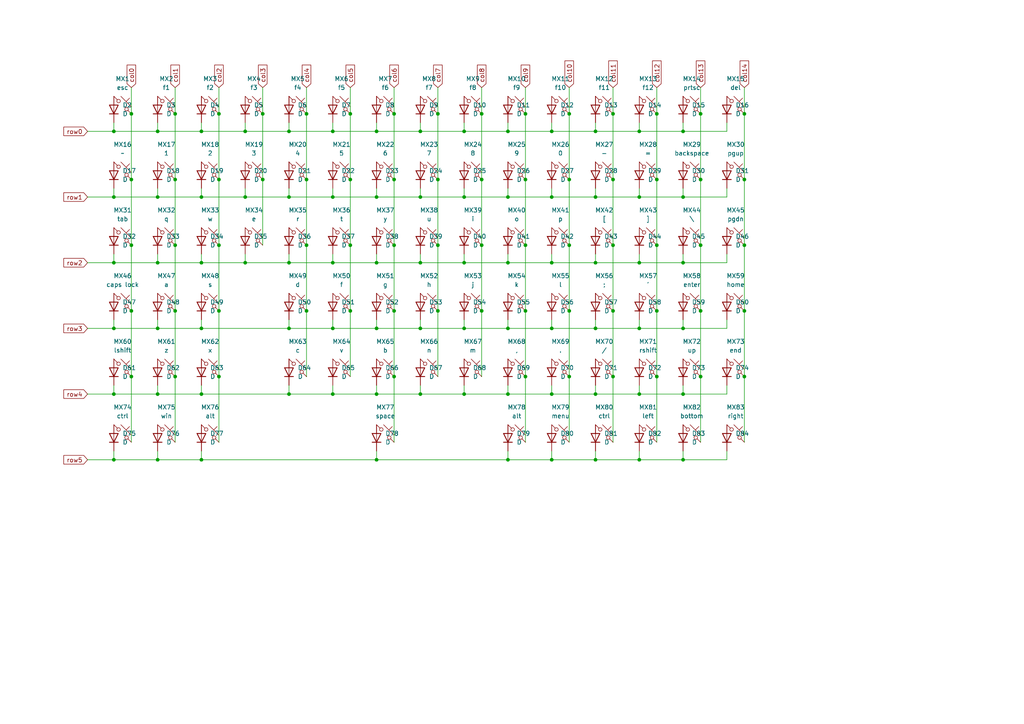
<source format=kicad_sch>
(kicad_sch (version 20231120) (generator "eeschema") (generator_version "8.0")
  (paper "A4")
  (lib_symbols
    (symbol "Device:D" (pin_numbers hide) (pin_names (offset 1.016) hide)
      (property "Reference" "D" (at 0 2.54 0))
      (property "Value" "D" (at 0 -2.54 0))
      (symbol "D_1_1"
        (pin passive line (at -3.81 0 0) (length 2.54) (name "K") (number "1"))
        (pin passive line (at 3.81 0 180) (length 2.54) (name "A") (number "2"))
      )
    )
    (symbol "PCM_marbastlib-mx:MX_SW_solder" (pin_numbers hide) (pin_names (offset 1.016) hide)
      (property "Reference" "MX" (at 3.048 1.016 0))
      (property "Value" "MX_SW_solder" (at 0 -3.81 0))
      (symbol "MX_SW_solder_0_1"
        (pin passive line (at -2.54 2.54 0) (length 0) (name "1") (number "1"))
        (pin passive line (at 2.54 -2.54 180) (length 0) (name "2") (number "2"))
      )
    )
  )
  (junction (at 83.82 57.15))
  (junction (at 139.7 90.17))
  (junction (at 96.52 57.15))
  (junction (at 152.4 52.07))
  (junction (at 121.92 57.15))
  (junction (at 88.9 90.17))
  (junction (at 198.12 133.35))
  (junction (at 198.12 57.15))
  (junction (at 96.52 76.2))
  (junction (at 203.2 52.07))
  (junction (at 127 90.17))
  (junction (at 45.72 38.1))
  (junction (at 45.72 95.25))
  (junction (at 165.1 71.12))
  (junction (at 71.12 57.15))
  (junction (at 172.72 38.1))
  (junction (at 109.22 114.3))
  (junction (at 83.82 76.2))
  (junction (at 165.1 33.02))
  (junction (at 45.72 57.15))
  (junction (at 45.72 114.3))
  (junction (at 114.3 71.12))
  (junction (at 165.1 52.07))
  (junction (at 177.8 90.17))
  (junction (at 165.1 109.22))
  (junction (at 185.42 133.35))
  (junction (at 172.72 57.15))
  (junction (at 71.12 76.2))
  (junction (at 109.22 38.1))
  (junction (at 134.62 95.25))
  (junction (at 215.9 109.22))
  (junction (at 38.1 33.02))
  (junction (at 76.2 33.02))
  (junction (at 109.22 95.25))
  (junction (at 109.22 57.15))
  (junction (at 177.8 71.12))
  (junction (at 147.32 76.2))
  (junction (at 203.2 90.17))
  (junction (at 127 71.12))
  (junction (at 58.42 95.25))
  (junction (at 109.22 133.35))
  (junction (at 127 33.02))
  (junction (at 147.32 95.25))
  (junction (at 58.42 133.35))
  (junction (at 50.8 109.22))
  (junction (at 139.7 71.12))
  (junction (at 190.5 52.07))
  (junction (at 101.6 90.17))
  (junction (at 160.02 38.1))
  (junction (at 71.12 38.1))
  (junction (at 50.8 52.07))
  (junction (at 177.8 33.02))
  (junction (at 63.5 109.22))
  (junction (at 215.9 90.17))
  (junction (at 160.02 95.25))
  (junction (at 109.22 76.2))
  (junction (at 33.02 114.3))
  (junction (at 83.82 114.3))
  (junction (at 96.52 95.25))
  (junction (at 114.3 109.22))
  (junction (at 198.12 95.25))
  (junction (at 88.9 52.07))
  (junction (at 38.1 52.07))
  (junction (at 76.2 52.07))
  (junction (at 38.1 109.22))
  (junction (at 185.42 95.25))
  (junction (at 50.8 71.12))
  (junction (at 63.5 71.12))
  (junction (at 114.3 33.02))
  (junction (at 147.32 38.1))
  (junction (at 190.5 71.12))
  (junction (at 58.42 114.3))
  (junction (at 50.8 90.17))
  (junction (at 50.8 33.02))
  (junction (at 58.42 57.15))
  (junction (at 203.2 71.12))
  (junction (at 45.72 133.35))
  (junction (at 215.9 52.07))
  (junction (at 172.72 95.25))
  (junction (at 215.9 71.12))
  (junction (at 198.12 114.3))
  (junction (at 160.02 114.3))
  (junction (at 185.42 38.1))
  (junction (at 114.3 52.07))
  (junction (at 33.02 38.1))
  (junction (at 127 52.07))
  (junction (at 58.42 76.2))
  (junction (at 63.5 33.02))
  (junction (at 33.02 57.15))
  (junction (at 190.5 33.02))
  (junction (at 165.1 90.17))
  (junction (at 139.7 33.02))
  (junction (at 152.4 33.02))
  (junction (at 83.82 95.25))
  (junction (at 190.5 109.22))
  (junction (at 63.5 90.17))
  (junction (at 33.02 95.25))
  (junction (at 83.82 38.1))
  (junction (at 45.72 76.2))
  (junction (at 121.92 95.25))
  (junction (at 58.42 38.1))
  (junction (at 198.12 38.1))
  (junction (at 185.42 76.2))
  (junction (at 147.32 114.3))
  (junction (at 190.5 90.17))
  (junction (at 203.2 109.22))
  (junction (at 172.72 133.35))
  (junction (at 139.7 52.07))
  (junction (at 215.9 33.02))
  (junction (at 147.32 133.35))
  (junction (at 88.9 33.02))
  (junction (at 33.02 76.2))
  (junction (at 185.42 114.3))
  (junction (at 38.1 71.12))
  (junction (at 172.72 76.2))
  (junction (at 96.52 114.3))
  (junction (at 101.6 71.12))
  (junction (at 134.62 76.2))
  (junction (at 177.8 52.07))
  (junction (at 134.62 114.3))
  (junction (at 160.02 76.2))
  (junction (at 185.42 57.15))
  (junction (at 121.92 38.1))
  (junction (at 96.52 38.1))
  (junction (at 152.4 90.17))
  (junction (at 198.12 76.2))
  (junction (at 134.62 57.15))
  (junction (at 160.02 133.35))
  (junction (at 147.32 57.15))
  (junction (at 121.92 114.3))
  (junction (at 203.2 33.02))
  (junction (at 177.8 109.22))
  (junction (at 88.9 71.12))
  (junction (at 160.02 57.15))
  (junction (at 121.92 76.2))
  (junction (at 38.1 90.17))
  (junction (at 134.62 38.1))
  (junction (at 172.72 114.3))
  (junction (at 152.4 109.22))
  (junction (at 152.4 71.12))
  (junction (at 63.5 52.07))
  (junction (at 114.3 90.17))
  (junction (at 101.6 33.02))
  (junction (at 33.02 133.35))
  (junction (at 101.6 52.07))
  (wire (pts (xy 210.82 133.35) (xy 210.82 130.81)))
  (wire (pts (xy 185.42 38.1) (xy 198.12 38.1)))
  (wire (pts (xy 210.82 92.71) (xy 210.82 95.25)))
  (wire (pts (xy 109.22 130.81) (xy 109.22 133.35)))
  (wire (pts (xy 109.22 54.61) (xy 109.22 57.15)))
  (wire (pts (xy 160.02 57.15) (xy 172.72 57.15)))
  (wire (pts (xy 147.32 111.76) (xy 147.32 114.3)))
  (wire (pts (xy 160.02 76.2) (xy 172.72 76.2)))
  (wire (pts (xy 165.1 52.07) (xy 165.1 71.12)))
  (wire (pts (xy 45.72 133.35) (xy 58.42 133.35)))
  (wire (pts (xy 139.7 52.07) (xy 139.7 71.12)))
  (wire (pts (xy 88.9 71.12) (xy 88.9 90.17)))
  (wire (pts (xy 215.9 90.17) (xy 215.9 109.22)))
  (wire (pts (xy 114.3 71.12) (xy 114.3 90.17)))
  (wire (pts (xy 96.52 114.3) (xy 109.22 114.3)))
  (wire (pts (xy 71.12 57.15) (xy 83.82 57.15)))
  (wire (pts (xy 215.9 52.07) (xy 215.9 71.12)))
  (wire (pts (xy 33.02 133.35) (xy 45.72 133.35)))
  (wire (pts (xy 88.9 52.07) (xy 88.9 71.12)))
  (wire (pts (xy 83.82 35.56) (xy 83.82 38.1)))
  (wire (pts (xy 38.1 109.22) (xy 38.1 128.27)))
  (wire (pts (xy 203.2 90.17) (xy 203.2 109.22)))
  (wire (pts (xy 101.6 52.07) (xy 101.6 71.12)))
  (wire (pts (xy 165.1 90.17) (xy 165.1 109.22)))
  (wire (pts (xy 121.92 114.3) (xy 134.62 114.3)))
  (wire (pts (xy 198.12 54.61) (xy 198.12 57.15)))
  (wire (pts (xy 58.42 133.35) (xy 109.22 133.35)))
  (wire (pts (xy 215.9 33.02) (xy 215.9 52.07)))
  (wire (pts (xy 198.12 114.3) (xy 210.82 114.3)))
  (wire (pts (xy 172.72 95.25) (xy 185.42 95.25)))
  (wire (pts (xy 50.8 52.07) (xy 50.8 71.12)))
  (wire (pts (xy 50.8 109.22) (xy 50.8 128.27)))
  (wire (pts (xy 71.12 38.1) (xy 83.82 38.1)))
  (wire (pts (xy 190.5 90.17) (xy 190.5 109.22)))
  (wire (pts (xy 185.42 95.25) (xy 198.12 95.25)))
  (wire (pts (xy 160.02 111.76) (xy 160.02 114.3)))
  (wire (pts (xy 83.82 57.15) (xy 96.52 57.15)))
  (wire (pts (xy 83.82 114.3) (xy 96.52 114.3)))
  (wire (pts (xy 45.72 76.2) (xy 58.42 76.2)))
  (wire (pts (xy 45.72 73.66) (xy 45.72 76.2)))
  (wire (pts (xy 185.42 54.61) (xy 185.42 57.15)))
  (wire (pts (xy 101.6 25.4) (xy 101.6 33.02)))
  (wire (pts (xy 127 71.12) (xy 127 90.17)))
  (wire (pts (xy 165.1 109.22) (xy 165.1 128.27)))
  (wire (pts (xy 96.52 111.76) (xy 96.52 114.3)))
  (wire (pts (xy 33.02 76.2) (xy 33.02 73.66)))
  (wire (pts (xy 210.82 35.56) (xy 210.82 38.1)))
  (wire (pts (xy 96.52 73.66) (xy 96.52 76.2)))
  (wire (pts (xy 139.7 25.4) (xy 139.7 33.02)))
  (wire (pts (xy 185.42 57.15) (xy 198.12 57.15)))
  (wire (pts (xy 71.12 54.61) (xy 71.12 57.15)))
  (wire (pts (xy 121.92 35.56) (xy 121.92 38.1)))
  (wire (pts (xy 203.2 71.12) (xy 203.2 90.17)))
  (wire (pts (xy 198.12 92.71) (xy 198.12 95.25)))
  (wire (pts (xy 109.22 95.25) (xy 121.92 95.25)))
  (wire (pts (xy 50.8 90.17) (xy 50.8 109.22)))
  (wire (pts (xy 160.02 54.61) (xy 160.02 57.15)))
  (wire (pts (xy 45.72 95.25) (xy 58.42 95.25)))
  (wire (pts (xy 127 52.07) (xy 127 71.12)))
  (wire (pts (xy 198.12 133.35) (xy 210.82 133.35)))
  (wire (pts (xy 58.42 57.15) (xy 71.12 57.15)))
  (wire (pts (xy 160.02 38.1) (xy 172.72 38.1)))
  (wire (pts (xy 134.62 95.25) (xy 147.32 95.25)))
  (wire (pts (xy 190.5 109.22) (xy 190.5 128.27)))
  (wire (pts (xy 147.32 114.3) (xy 160.02 114.3)))
  (wire (pts (xy 152.4 109.22) (xy 152.4 128.27)))
  (wire (pts (xy 177.8 71.12) (xy 177.8 90.17)))
  (wire (pts (xy 25.4 133.35) (xy 33.02 133.35)))
  (wire (pts (xy 172.72 130.81) (xy 172.72 133.35)))
  (wire (pts (xy 134.62 57.15) (xy 147.32 57.15)))
  (wire (pts (xy 185.42 92.71) (xy 185.42 95.25)))
  (wire (pts (xy 83.82 95.25) (xy 96.52 95.25)))
  (wire (pts (xy 177.8 33.02) (xy 177.8 52.07)))
  (wire (pts (xy 185.42 76.2) (xy 198.12 76.2)))
  (wire (pts (xy 76.2 25.4) (xy 76.2 33.02)))
  (wire (pts (xy 50.8 25.4) (xy 50.8 33.02)))
  (wire (pts (xy 198.12 111.76) (xy 198.12 114.3)))
  (wire (pts (xy 185.42 133.35) (xy 198.12 133.35)))
  (wire (pts (xy 134.62 111.76) (xy 134.62 114.3)))
  (wire (pts (xy 71.12 76.2) (xy 83.82 76.2)))
  (wire (pts (xy 45.72 114.3) (xy 58.42 114.3)))
  (wire (pts (xy 109.22 57.15) (xy 121.92 57.15)))
  (wire (pts (xy 127 90.17) (xy 127 109.22)))
  (wire (pts (xy 101.6 71.12) (xy 101.6 90.17)))
  (wire (pts (xy 25.4 114.3) (xy 33.02 114.3)))
  (wire (pts (xy 96.52 95.25) (xy 109.22 95.25)))
  (wire (pts (xy 172.72 76.2) (xy 185.42 76.2)))
  (wire (pts (xy 96.52 76.2) (xy 109.22 76.2)))
  (wire (pts (xy 139.7 33.02) (xy 139.7 52.07)))
  (wire (pts (xy 88.9 25.4) (xy 88.9 33.02)))
  (wire (pts (xy 96.52 54.61) (xy 96.52 57.15)))
  (wire (pts (xy 33.02 95.25) (xy 45.72 95.25)))
  (wire (pts (xy 190.5 52.07) (xy 190.5 71.12)))
  (wire (pts (xy 185.42 35.56) (xy 185.42 38.1)))
  (wire (pts (xy 109.22 35.56) (xy 109.22 38.1)))
  (wire (pts (xy 185.42 73.66) (xy 185.42 76.2)))
  (wire (pts (xy 198.12 35.56) (xy 198.12 38.1)))
  (wire (pts (xy 96.52 38.1) (xy 109.22 38.1)))
  (wire (pts (xy 172.72 111.76) (xy 172.72 114.3)))
  (wire (pts (xy 152.4 33.02) (xy 152.4 52.07)))
  (wire (pts (xy 165.1 33.02) (xy 165.1 52.07)))
  (wire (pts (xy 215.9 71.12) (xy 215.9 90.17)))
  (wire (pts (xy 177.8 90.17) (xy 177.8 109.22)))
  (wire (pts (xy 63.5 90.17) (xy 63.5 109.22)))
  (wire (pts (xy 33.02 114.3) (xy 45.72 114.3)))
  (wire (pts (xy 25.4 95.25) (xy 33.02 95.25)))
  (wire (pts (xy 147.32 73.66) (xy 147.32 76.2)))
  (wire (pts (xy 58.42 35.56) (xy 58.42 38.1)))
  (wire (pts (xy 83.82 73.66) (xy 83.82 76.2)))
  (wire (pts (xy 38.1 71.12) (xy 38.1 90.17)))
  (wire (pts (xy 45.72 38.1) (xy 58.42 38.1)))
  (wire (pts (xy 33.02 57.15) (xy 33.02 54.61)))
  (wire (pts (xy 58.42 130.81) (xy 58.42 133.35)))
  (wire (pts (xy 147.32 35.56) (xy 147.32 38.1)))
  (wire (pts (xy 160.02 133.35) (xy 172.72 133.35)))
  (wire (pts (xy 177.8 25.4) (xy 177.8 33.02)))
  (wire (pts (xy 198.12 57.15) (xy 210.82 57.15)))
  (wire (pts (xy 121.92 92.71) (xy 121.92 95.25)))
  (wire (pts (xy 147.32 130.81) (xy 147.32 133.35)))
  (wire (pts (xy 121.92 54.61) (xy 121.92 57.15)))
  (wire (pts (xy 190.5 71.12) (xy 190.5 90.17)))
  (wire (pts (xy 63.5 71.12) (xy 63.5 90.17)))
  (wire (pts (xy 45.72 35.56) (xy 45.72 38.1)))
  (wire (pts (xy 38.1 25.4) (xy 38.1 33.02)))
  (wire (pts (xy 172.72 73.66) (xy 172.72 76.2)))
  (wire (pts (xy 172.72 35.56) (xy 172.72 38.1)))
  (wire (pts (xy 50.8 33.02) (xy 50.8 52.07)))
  (wire (pts (xy 76.2 52.07) (xy 76.2 71.12)))
  (wire (pts (xy 215.9 109.22) (xy 215.9 128.27)))
  (wire (pts (xy 134.62 73.66) (xy 134.62 76.2)))
  (wire (pts (xy 203.2 33.02) (xy 203.2 52.07)))
  (wire (pts (xy 109.22 133.35) (xy 147.32 133.35)))
  (wire (pts (xy 45.72 54.61) (xy 45.72 57.15)))
  (wire (pts (xy 172.72 54.61) (xy 172.72 57.15)))
  (wire (pts (xy 109.22 38.1) (xy 121.92 38.1)))
  (wire (pts (xy 58.42 114.3) (xy 83.82 114.3)))
  (wire (pts (xy 71.12 73.66) (xy 71.12 76.2)))
  (wire (pts (xy 45.72 111.76) (xy 45.72 114.3)))
  (wire (pts (xy 121.92 73.66) (xy 121.92 76.2)))
  (wire (pts (xy 101.6 33.02) (xy 101.6 52.07)))
  (wire (pts (xy 210.82 111.76) (xy 210.82 114.3)))
  (wire (pts (xy 25.4 57.15) (xy 33.02 57.15)))
  (wire (pts (xy 58.42 95.25) (xy 83.82 95.25)))
  (wire (pts (xy 177.8 52.07) (xy 177.8 71.12)))
  (wire (pts (xy 127 33.02) (xy 127 52.07)))
  (wire (pts (xy 58.42 111.76) (xy 58.42 114.3)))
  (wire (pts (xy 38.1 52.07) (xy 38.1 71.12)))
  (wire (pts (xy 45.72 130.81) (xy 45.72 133.35)))
  (wire (pts (xy 109.22 114.3) (xy 121.92 114.3)))
  (wire (pts (xy 114.3 33.02) (xy 114.3 52.07)))
  (wire (pts (xy 101.6 90.17) (xy 101.6 109.22)))
  (wire (pts (xy 45.72 92.71) (xy 45.72 95.25)))
  (wire (pts (xy 160.02 130.81) (xy 160.02 133.35)))
  (wire (pts (xy 134.62 35.56) (xy 134.62 38.1)))
  (wire (pts (xy 147.32 76.2) (xy 160.02 76.2)))
  (wire (pts (xy 33.02 95.25) (xy 33.02 92.71)))
  (wire (pts (xy 190.5 33.02) (xy 190.5 52.07)))
  (wire (pts (xy 210.82 54.61) (xy 210.82 57.15)))
  (wire (pts (xy 83.82 92.71) (xy 83.82 95.25)))
  (wire (pts (xy 185.42 130.81) (xy 185.42 133.35)))
  (wire (pts (xy 83.82 76.2) (xy 96.52 76.2)))
  (wire (pts (xy 147.32 54.61) (xy 147.32 57.15)))
  (wire (pts (xy 71.12 35.56) (xy 71.12 38.1)))
  (wire (pts (xy 172.72 92.71) (xy 172.72 95.25)))
  (wire (pts (xy 147.32 38.1) (xy 160.02 38.1)))
  (wire (pts (xy 203.2 109.22) (xy 203.2 128.27)))
  (wire (pts (xy 127 25.4) (xy 127 33.02)))
  (wire (pts (xy 58.42 54.61) (xy 58.42 57.15)))
  (wire (pts (xy 210.82 73.66) (xy 210.82 76.2)))
  (wire (pts (xy 160.02 92.71) (xy 160.02 95.25)))
  (wire (pts (xy 160.02 73.66) (xy 160.02 76.2)))
  (wire (pts (xy 109.22 73.66) (xy 109.22 76.2)))
  (wire (pts (xy 134.62 114.3) (xy 147.32 114.3)))
  (wire (pts (xy 58.42 73.66) (xy 58.42 76.2)))
  (wire (pts (xy 147.32 57.15) (xy 160.02 57.15)))
  (wire (pts (xy 152.4 25.4) (xy 152.4 33.02)))
  (wire (pts (xy 114.3 109.22) (xy 114.3 128.27)))
  (wire (pts (xy 33.02 57.15) (xy 45.72 57.15)))
  (wire (pts (xy 96.52 92.71) (xy 96.52 95.25)))
  (wire (pts (xy 121.92 76.2) (xy 134.62 76.2)))
  (wire (pts (xy 96.52 57.15) (xy 109.22 57.15)))
  (wire (pts (xy 134.62 38.1) (xy 147.32 38.1)))
  (wire (pts (xy 83.82 111.76) (xy 83.82 114.3)))
  (wire (pts (xy 172.72 38.1) (xy 185.42 38.1)))
  (wire (pts (xy 147.32 95.25) (xy 160.02 95.25)))
  (wire (pts (xy 198.12 95.25) (xy 210.82 95.25)))
  (wire (pts (xy 38.1 33.02) (xy 38.1 52.07)))
  (wire (pts (xy 96.52 35.56) (xy 96.52 38.1)))
  (wire (pts (xy 172.72 133.35) (xy 185.42 133.35)))
  (wire (pts (xy 134.62 76.2) (xy 147.32 76.2)))
  (wire (pts (xy 147.32 92.71) (xy 147.32 95.25)))
  (wire (pts (xy 58.42 76.2) (xy 71.12 76.2)))
  (wire (pts (xy 33.02 38.1) (xy 45.72 38.1)))
  (wire (pts (xy 160.02 35.56) (xy 160.02 38.1)))
  (wire (pts (xy 152.4 52.07) (xy 152.4 71.12)))
  (wire (pts (xy 58.42 92.71) (xy 58.42 95.25)))
  (wire (pts (xy 109.22 111.76) (xy 109.22 114.3)))
  (wire (pts (xy 198.12 76.2) (xy 210.82 76.2)))
  (wire (pts (xy 160.02 95.25) (xy 172.72 95.25)))
  (wire (pts (xy 121.92 95.25) (xy 134.62 95.25)))
  (wire (pts (xy 109.22 76.2) (xy 121.92 76.2)))
  (wire (pts (xy 121.92 57.15) (xy 134.62 57.15)))
  (wire (pts (xy 198.12 73.66) (xy 198.12 76.2)))
  (wire (pts (xy 134.62 54.61) (xy 134.62 57.15)))
  (wire (pts (xy 88.9 90.17) (xy 88.9 109.22)))
  (wire (pts (xy 203.2 52.07) (xy 203.2 71.12)))
  (wire (pts (xy 177.8 109.22) (xy 177.8 128.27)))
  (wire (pts (xy 63.5 25.4) (xy 63.5 33.02)))
  (wire (pts (xy 38.1 90.17) (xy 38.1 109.22)))
  (wire (pts (xy 83.82 38.1) (xy 96.52 38.1)))
  (wire (pts (xy 33.02 38.1) (xy 33.02 35.56)))
  (wire (pts (xy 58.42 38.1) (xy 71.12 38.1)))
  (wire (pts (xy 198.12 130.81) (xy 198.12 133.35)))
  (wire (pts (xy 165.1 71.12) (xy 165.1 90.17)))
  (wire (pts (xy 50.8 71.12) (xy 50.8 90.17)))
  (wire (pts (xy 160.02 114.3) (xy 172.72 114.3)))
  (wire (pts (xy 190.5 25.4) (xy 190.5 33.02)))
  (wire (pts (xy 63.5 33.02) (xy 63.5 52.07)))
  (wire (pts (xy 25.4 38.1) (xy 33.02 38.1)))
  (wire (pts (xy 45.72 57.15) (xy 58.42 57.15)))
  (wire (pts (xy 63.5 52.07) (xy 63.5 71.12)))
  (wire (pts (xy 121.92 38.1) (xy 134.62 38.1)))
  (wire (pts (xy 88.9 33.02) (xy 88.9 52.07)))
  (wire (pts (xy 63.5 109.22) (xy 63.5 128.27)))
  (wire (pts (xy 172.72 57.15) (xy 185.42 57.15)))
  (wire (pts (xy 121.92 111.76) (xy 121.92 114.3)))
  (wire (pts (xy 33.02 76.2) (xy 45.72 76.2)))
  (wire (pts (xy 147.32 133.35) (xy 160.02 133.35)))
  (wire (pts (xy 185.42 111.76) (xy 185.42 114.3)))
  (wire (pts (xy 25.4 76.2) (xy 33.02 76.2)))
  (wire (pts (xy 198.12 38.1) (xy 210.82 38.1)))
  (wire (pts (xy 215.9 25.4) (xy 215.9 33.02)))
  (wire (pts (xy 114.3 90.17) (xy 114.3 109.22)))
  (wire (pts (xy 172.72 114.3) (xy 185.42 114.3)))
  (wire (pts (xy 114.3 52.07) (xy 114.3 71.12)))
  (wire (pts (xy 114.3 25.4) (xy 114.3 33.02)))
  (wire (pts (xy 139.7 90.17) (xy 139.7 109.22)))
  (wire (pts (xy 109.22 92.71) (xy 109.22 95.25)))
  (wire (pts (xy 152.4 71.12) (xy 152.4 90.17)))
  (wire (pts (xy 134.62 92.71) (xy 134.62 95.25)))
  (wire (pts (xy 83.82 54.61) (xy 83.82 57.15)))
  (wire (pts (xy 33.02 114.3) (xy 33.02 111.76)))
  (wire (pts (xy 139.7 71.12) (xy 139.7 90.17)))
  (wire (pts (xy 185.42 114.3) (xy 198.12 114.3)))
  (wire (pts (xy 152.4 90.17) (xy 152.4 109.22)))
  (wire (pts (xy 165.1 25.4) (xy 165.1 33.02)))
  (wire (pts (xy 203.2 25.4) (xy 203.2 33.02)))
  (wire (pts (xy 76.2 33.02) (xy 76.2 52.07)))
  (wire (pts (xy 33.02 133.35) (xy 33.02 130.81)))
  (global_label "col1" (shape input) (at 50.8 25.4 90) (property "Intersheetrefs" "${INTERSHEET_REFS}" (effects (hide yes))))
  (global_label "col8" (shape input) (at 139.7 25.4 90) (property "Intersheetrefs" "${INTERSHEET_REFS}" (effects (hide yes))))
  (global_label "col4" (shape input) (at 88.9 25.4 90) (property "Intersheetrefs" "${INTERSHEET_REFS}" (effects (hide yes))))
  (global_label "row0" (shape input) (at 25.4 38.1 180) (property "Intersheetrefs" "${INTERSHEET_REFS}" (effects (hide yes))))
  (global_label "col14" (shape input) (at 215.9 25.4 90) (property "Intersheetrefs" "${INTERSHEET_REFS}" (effects (hide yes))))
  (global_label "col7" (shape input) (at 127 25.4 90) (property "Intersheetrefs" "${INTERSHEET_REFS}" (effects (hide yes))))
  (global_label "col11" (shape input) (at 177.8 25.4 90) (property "Intersheetrefs" "${INTERSHEET_REFS}" (effects (hide yes))))
  (global_label "row3" (shape input) (at 25.4 95.25 180) (property "Intersheetrefs" "${INTERSHEET_REFS}" (effects (hide yes))))
  (global_label "col2" (shape input) (at 63.5 25.4 90) (property "Intersheetrefs" "${INTERSHEET_REFS}" (effects (hide yes))))
  (global_label "col9" (shape input) (at 152.4 25.4 90) (property "Intersheetrefs" "${INTERSHEET_REFS}" (effects (hide yes))))
  (global_label "col5" (shape input) (at 101.6 25.4 90) (property "Intersheetrefs" "${INTERSHEET_REFS}" (effects (hide yes))))
  (global_label "col3" (shape input) (at 76.2 25.4 90) (property "Intersheetrefs" "${INTERSHEET_REFS}" (effects (hide yes))))
  (global_label "row2" (shape input) (at 25.4 76.2 180) (property "Intersheetrefs" "${INTERSHEET_REFS}" (effects (hide yes))))
  (global_label "col13" (shape input) (at 203.2 25.4 90) (property "Intersheetrefs" "${INTERSHEET_REFS}" (effects (hide yes))))
  (global_label "col6" (shape input) (at 114.3 25.4 90) (property "Intersheetrefs" "${INTERSHEET_REFS}" (effects (hide yes))))
  (global_label "col12" (shape input) (at 190.5 25.4 90) (property "Intersheetrefs" "${INTERSHEET_REFS}" (effects (hide yes))))
  (global_label "row4" (shape input) (at 25.4 114.3 180) (property "Intersheetrefs" "${INTERSHEET_REFS}" (effects (hide yes))))
  (global_label "row1" (shape input) (at 25.4 57.15 180) (property "Intersheetrefs" "${INTERSHEET_REFS}" (effects (hide yes))))
  (global_label "row5" (shape input) (at 25.4 133.35 180) (property "Intersheetrefs" "${INTERSHEET_REFS}" (effects (hide yes))))
  (global_label "col0" (shape input) (at 38.1 25.4 90) (property "Intersheetrefs" "${INTERSHEET_REFS}" (effects (hide yes))))
  (global_label "col10" (shape input) (at 165.1 25.4 90) (property "Intersheetrefs" "${INTERSHEET_REFS}" (effects (hide yes))))
  (symbol (lib_id "PCM_marbastlib-mx:MX_SW_solder") (at 111.76 49.53 0) (unit 1)
    (property "Reference" "MX22" (at 111.76 41.91 0))
    (property "Value" "6" (at 111.76 44.45 0))
    (property "Footprint" "MX_Alps_Hybrid:MX-Alps-Hybrid-1U" (effects (hide yes)))
    (property "Description" "Push button switch, normally open, two pins, 45° tilted" (effects (hide yes)))
  )
  (symbol (lib_id "Device:D") (at 185.42 107.95 90) (unit 1)
    (property "Reference" "D72" (at 187.96 106.6799 90) (effects (justify right)))
    (property "Value" "D" (at 187.96 109.2199 90) (effects (justify right)))
    (property "Footprint" "Diode_SMD:D_SOD-123" (effects (hide yes)))
    (property "Description" "Diode" (effects (hide yes)))
    (property "Sim.Device" "D" (effects (hide yes)))
    (property "Sim.Pins" "1=K 2=A" (effects (hide yes)))
  )
  (symbol (lib_id "Device:D") (at 198.12 107.95 90) (unit 1)
    (property "Reference" "D73" (at 200.66 106.6799 90) (effects (justify right)))
    (property "Value" "D" (at 200.66 109.2199 90) (effects (justify right)))
    (property "Footprint" "Diode_SMD:D_SOD-123" (effects (hide yes)))
    (property "Description" "Diode" (effects (hide yes)))
    (property "Sim.Device" "D" (effects (hide yes)))
    (property "Sim.Pins" "1=K 2=A" (effects (hide yes)))
  )
  (symbol (lib_id "PCM_marbastlib-mx:MX_SW_solder") (at 73.66 68.58 0) (unit 1)
    (property "Reference" "MX34" (at 73.66 60.96 0))
    (property "Value" "e" (at 73.66 63.5 0))
    (property "Footprint" "MX_Alps_Hybrid:MX-Alps-Hybrid-1U" (effects (hide yes)))
    (property "Description" "Push button switch, normally open, two pins, 45° tilted" (effects (hide yes)))
  )
  (symbol (lib_id "PCM_marbastlib-mx:MX_SW_solder") (at 124.46 49.53 0) (unit 1)
    (property "Reference" "MX23" (at 124.46 41.91 0))
    (property "Value" "7" (at 124.46 44.45 0))
    (property "Footprint" "MX_Alps_Hybrid:MX-Alps-Hybrid-1U" (effects (hide yes)))
    (property "Description" "Push button switch, normally open, two pins, 45° tilted" (effects (hide yes)))
  )
  (symbol (lib_id "Device:D") (at 210.82 88.9 90) (unit 1)
    (property "Reference" "D60" (at 213.36 87.6299 90) (effects (justify right)))
    (property "Value" "D" (at 213.36 90.1699 90) (effects (justify right)))
    (property "Footprint" "Diode_SMD:D_SOD-123" (effects (hide yes)))
    (property "Description" "Diode" (effects (hide yes)))
    (property "Sim.Device" "D" (effects (hide yes)))
    (property "Sim.Pins" "1=K 2=A" (effects (hide yes)))
  )
  (symbol (lib_id "Device:D") (at 83.82 50.8 90) (unit 1)
    (property "Reference" "D21" (at 86.36 49.5299 90) (effects (justify right)))
    (property "Value" "D" (at 86.36 52.0699 90) (effects (justify right)))
    (property "Footprint" "Diode_SMD:D_SOD-123" (effects (hide yes)))
    (property "Description" "Diode" (effects (hide yes)))
    (property "Sim.Device" "D" (effects (hide yes)))
    (property "Sim.Pins" "1=K 2=A" (effects (hide yes)))
  )
  (symbol (lib_id "Device:D") (at 210.82 127 90) (unit 1)
    (property "Reference" "D84" (at 213.36 125.7299 90) (effects (justify right)))
    (property "Value" "D" (effects (hide yes)))
    (property "Footprint" "Diode_SMD:D_SOD-123" (effects (hide yes)))
    (property "Description" "Diode" (effects (hide yes)))
    (property "Sim.Device" "D" (effects (hide yes)))
    (property "Sim.Pins" "1=K 2=A" (effects (hide yes)))
  )
  (symbol (lib_id "Device:D") (at 83.82 69.85 90) (unit 1)
    (property "Reference" "D36" (at 86.36 68.5799 90) (effects (justify right)))
    (property "Value" "D" (at 86.36 71.1199 90) (effects (justify right)))
    (property "Footprint" "Diode_SMD:D_SOD-123" (effects (hide yes)))
    (property "Description" "Diode" (effects (hide yes)))
    (property "Sim.Device" "D" (effects (hide yes)))
    (property "Sim.Pins" "1=K 2=A" (effects (hide yes)))
  )
  (symbol (lib_id "PCM_marbastlib-mx:MX_SW_solder") (at 48.26 30.48 0) (unit 1)
    (property "Reference" "MX2" (at 48.26 22.86 0))
    (property "Value" "f1" (at 48.26 25.4 0))
    (property "Footprint" "MX_Alps_Hybrid:MX-Alps-Hybrid-1U" (effects (hide yes)))
    (property "Description" "Push button switch, normally open, two pins, 45° tilted" (effects (hide yes)))
  )
  (symbol (lib_id "PCM_marbastlib-mx:MX_SW_solder") (at 124.46 106.68 0) (unit 1)
    (property "Reference" "MX66" (at 124.46 99.06 0))
    (property "Value" "n" (at 124.46 101.6 0))
    (property "Footprint" "MX_Alps_Hybrid:MX-Alps-Hybrid-1U" (effects (hide yes)))
    (property "Description" "Push button switch, normally open, two pins, 45° tilted" (effects (hide yes)))
  )
  (symbol (lib_id "PCM_marbastlib-mx:MX_SW_solder") (at 175.26 49.53 0) (unit 1)
    (property "Reference" "MX27" (at 175.26 41.91 0))
    (property "Value" "-" (at 175.26 44.45 0))
    (property "Footprint" "MX_Alps_Hybrid:MX-Alps-Hybrid-1U" (effects (hide yes)))
    (property "Description" "Push button switch, normally open, two pins, 45° tilted" (effects (hide yes)))
  )
  (symbol (lib_id "PCM_marbastlib-mx:MX_SW_solder") (at 86.36 30.48 0) (unit 1)
    (property "Reference" "MX5" (at 86.36 22.86 0))
    (property "Value" "f4" (at 86.36 25.4 0))
    (property "Footprint" "MX_Alps_Hybrid:MX-Alps-Hybrid-1U" (effects (hide yes)))
    (property "Description" "Push button switch, normally open, two pins, 45° tilted" (effects (hide yes)))
  )
  (symbol (lib_id "Device:D") (at 33.02 69.85 90) (unit 1)
    (property "Reference" "D32" (at 35.56 68.5799 90) (effects (justify right)))
    (property "Value" "D" (at 35.56 71.1199 90) (effects (justify right)))
    (property "Footprint" "Diode_SMD:D_SOD-123" (effects (hide yes)))
    (property "Description" "Diode" (effects (hide yes)))
    (property "Sim.Device" "D" (effects (hide yes)))
    (property "Sim.Pins" "1=K 2=A" (effects (hide yes)))
  )
  (symbol (lib_id "PCM_marbastlib-mx:MX_SW_solder") (at 48.26 106.68 0) (unit 1)
    (property "Reference" "MX61" (at 48.26 99.06 0))
    (property "Value" "z" (at 48.26 101.6 0))
    (property "Footprint" "MX_Alps_Hybrid:MX-Alps-Hybrid-1U" (effects (hide yes)))
    (property "Description" "Push button switch, normally open, two pins, 45° tilted" (effects (hide yes)))
  )
  (symbol (lib_id "PCM_marbastlib-mx:MX_SW_solder") (at 86.36 87.63 0) (unit 1)
    (property "Reference" "MX49" (at 86.36 80.01 0))
    (property "Value" "d" (at 86.36 82.55 0))
    (property "Footprint" "MX_Alps_Hybrid:MX-Alps-Hybrid-1U" (effects (hide yes)))
    (property "Description" "Push button switch, normally open, two pins, 45° tilted" (effects (hide yes)))
  )
  (symbol (lib_id "PCM_marbastlib-mx:MX_SW_solder") (at 149.86 30.48 0) (unit 1)
    (property "Reference" "MX10" (at 149.86 22.86 0))
    (property "Value" "f9" (at 149.86 25.4 0))
    (property "Footprint" "MX_Alps_Hybrid:MX-Alps-Hybrid-1U" (effects (hide yes)))
    (property "Description" "Push button switch, normally open, two pins, 45° tilted" (effects (hide yes)))
  )
  (symbol (lib_id "PCM_marbastlib-mx:MX_SW_solder") (at 60.96 68.58 0) (unit 1)
    (property "Reference" "MX33" (at 60.96 60.96 0))
    (property "Value" "w" (at 60.96 63.5 0))
    (property "Footprint" "MX_Alps_Hybrid:MX-Alps-Hybrid-1U" (effects (hide yes)))
    (property "Description" "Push button switch, normally open, two pins, 45° tilted" (effects (hide yes)))
  )
  (symbol (lib_id "Device:D") (at 172.72 127 90) (unit 1)
    (property "Reference" "D81" (at 175.26 125.7299 90) (effects (justify right)))
    (property "Value" "D" (at 175.26 128.2699 90) (effects (justify right)))
    (property "Footprint" "Diode_SMD:D_SOD-123" (effects (hide yes)))
    (property "Description" "Diode" (effects (hide yes)))
    (property "Sim.Device" "D" (effects (hide yes)))
    (property "Sim.Pins" "1=K 2=A" (effects (hide yes)))
  )
  (symbol (lib_id "PCM_marbastlib-mx:MX_SW_solder") (at 149.86 87.63 0) (unit 1)
    (property "Reference" "MX54" (at 149.86 80.01 0))
    (property "Value" "k" (at 149.86 82.55 0))
    (property "Footprint" "MX_Alps_Hybrid:MX-Alps-Hybrid-1U" (effects (hide yes)))
    (property "Description" "Push button switch, normally open, two pins, 45° tilted" (effects (hide yes)))
  )
  (symbol (lib_id "Device:D") (at 109.22 107.95 90) (unit 1)
    (property "Reference" "D66" (at 111.76 106.6799 90) (effects (justify right)))
    (property "Value" "D" (at 111.76 109.2199 90) (effects (justify right)))
    (property "Footprint" "Diode_SMD:D_SOD-123" (effects (hide yes)))
    (property "Description" "Diode" (effects (hide yes)))
    (property "Sim.Device" "D" (effects (hide yes)))
    (property "Sim.Pins" "1=K 2=A" (effects (hide yes)))
  )
  (symbol (lib_id "PCM_marbastlib-mx:MX_SW_solder") (at 162.56 87.63 0) (unit 1)
    (property "Reference" "MX55" (at 162.56 80.01 0))
    (property "Value" "l" (at 162.56 82.55 0))
    (property "Footprint" "MX_Alps_Hybrid:MX-Alps-Hybrid-1U" (effects (hide yes)))
    (property "Description" "Push button switch, normally open, two pins, 45° tilted" (effects (hide yes)))
  )
  (symbol (lib_id "PCM_marbastlib-mx:MX_SW_solder") (at 213.36 125.73 0) (unit 1)
    (property "Reference" "MX83" (at 213.36 118.11 0))
    (property "Value" "right" (at 213.36 120.65 0))
    (property "Footprint" "MX_Alps_Hybrid:MX-Alps-Hybrid-1U" (effects (hide yes)))
    (property "Description" "Push button switch, normally open, two pins, 45° tilted" (effects (hide yes)))
  )
  (symbol (lib_id "Device:D") (at 172.72 31.75 90) (unit 1)
    (property "Reference" "D13" (at 175.26 30.4799 90) (effects (justify right)))
    (property "Value" "D" (at 175.26 33.0199 90) (effects (justify right)))
    (property "Footprint" "Diode_SMD:D_SOD-123" (effects (hide yes)))
    (property "Description" "Diode" (effects (hide yes)))
    (property "Sim.Device" "D" (effects (hide yes)))
    (property "Sim.Pins" "1=K 2=A" (effects (hide yes)))
  )
  (symbol (lib_id "Device:D") (at 45.72 127 90) (unit 1)
    (property "Reference" "D76" (at 48.26 125.7299 90) (effects (justify right)))
    (property "Value" "D" (at 48.26 128.2699 90) (effects (justify right)))
    (property "Footprint" "Diode_SMD:D_SOD-123" (effects (hide yes)))
    (property "Description" "Diode" (effects (hide yes)))
    (property "Sim.Device" "D" (effects (hide yes)))
    (property "Sim.Pins" "1=K 2=A" (effects (hide yes)))
  )
  (symbol (lib_id "Device:D") (at 210.82 50.8 90) (unit 1)
    (property "Reference" "D31" (at 213.36 49.5299 90) (effects (justify right)))
    (property "Value" "D" (at 213.36 52.0699 90) (effects (justify right)))
    (property "Footprint" "Diode_SMD:D_SOD-123" (effects (hide yes)))
    (property "Description" "Diode" (effects (hide yes)))
    (property "Sim.Device" "D" (effects (hide yes)))
    (property "Sim.Pins" "1=K 2=A" (effects (hide yes)))
  )
  (symbol (lib_id "PCM_marbastlib-mx:MX_SW_solder") (at 60.96 106.68 0) (unit 1)
    (property "Reference" "MX62" (at 60.96 99.06 0))
    (property "Value" "x" (at 60.96 101.6 0))
    (property "Footprint" "MX_Alps_Hybrid:MX-Alps-Hybrid-1U" (effects (hide yes)))
    (property "Description" "Push button switch, normally open, two pins, 45° tilted" (effects (hide yes)))
  )
  (symbol (lib_id "Device:D") (at 71.12 31.75 90) (unit 1)
    (property "Reference" "D5" (at 73.66 30.4799 90) (effects (justify right)))
    (property "Value" "D" (at 73.66 33.0199 90) (effects (justify right)))
    (property "Footprint" "Diode_SMD:D_SOD-123" (effects (hide yes)))
    (property "Description" "Diode" (effects (hide yes)))
    (property "Sim.Device" "D" (effects (hide yes)))
    (property "Sim.Pins" "1=K 2=A" (effects (hide yes)))
  )
  (symbol (lib_id "Device:D") (at 147.32 31.75 90) (unit 1)
    (property "Reference" "D11" (at 149.86 30.4799 90) (effects (justify right)))
    (property "Value" "D" (at 149.86 33.0199 90) (effects (justify right)))
    (property "Footprint" "Diode_SMD:D_SOD-123" (effects (hide yes)))
    (property "Description" "Diode" (effects (hide yes)))
    (property "Sim.Device" "D" (effects (hide yes)))
    (property "Sim.Pins" "1=K 2=A" (effects (hide yes)))
  )
  (symbol (lib_id "Device:D") (at 96.52 88.9 90) (unit 1)
    (property "Reference" "D51" (at 99.06 87.6299 90) (effects (justify right)))
    (property "Value" "D" (at 99.06 90.1699 90) (effects (justify right)))
    (property "Footprint" "Diode_SMD:D_SOD-123" (effects (hide yes)))
    (property "Description" "Diode" (effects (hide yes)))
    (property "Sim.Device" "D" (effects (hide yes)))
    (property "Sim.Pins" "1=K 2=A" (effects (hide yes)))
  )
  (symbol (lib_id "PCM_marbastlib-mx:MX_SW_solder") (at 200.66 87.63 0) (unit 1)
    (property "Reference" "MX58" (at 200.66 80.01 0))
    (property "Value" "enter" (at 200.66 82.55 0))
    (property "Footprint" "MX_Alps_Hybrid:MX-Alps-Hybrid-2.25U-ReversedStabilizers" (effects (hide yes)))
    (property "Description" "Push button switch, normally open, two pins, 45° tilted" (effects (hide yes)))
  )
  (symbol (lib_id "PCM_marbastlib-mx:MX_SW_solder") (at 162.56 49.53 0) (unit 1)
    (property "Reference" "MX26" (at 162.56 41.91 0))
    (property "Value" "0" (at 162.56 44.45 0))
    (property "Footprint" "MX_Alps_Hybrid:MX-Alps-Hybrid-1U" (effects (hide yes)))
    (property "Description" "Push button switch, normally open, two pins, 45° tilted" (effects (hide yes)))
  )
  (symbol (lib_id "PCM_marbastlib-mx:MX_SW_solder") (at 111.76 125.73 0) (unit 1)
    (property "Reference" "MX77" (at 111.76 118.11 0))
    (property "Value" "space" (at 111.76 120.65 0))
    (property "Footprint" "MX_Alps_Hybrid:MX-Alps-Hybrid-6.25U-ReversedStabilizers" (effects (hide yes)))
    (property "Description" "Push button switch, normally open, two pins, 45° tilted" (effects (hide yes)))
  )
  (symbol (lib_id "PCM_marbastlib-mx:MX_SW_solder") (at 137.16 68.58 0) (unit 1)
    (property "Reference" "MX39" (at 137.16 60.96 0))
    (property "Value" "i" (at 137.16 63.5 0))
    (property "Footprint" "MX_Alps_Hybrid:MX-Alps-Hybrid-1U" (effects (hide yes)))
    (property "Description" "Push button switch, normally open, two pins, 45° tilted" (effects (hide yes)))
  )
  (symbol (lib_id "Device:D") (at 83.82 88.9 90) (unit 1)
    (property "Reference" "D50" (at 86.36 87.6299 90) (effects (justify right)))
    (property "Value" "D" (at 86.36 90.1699 90) (effects (justify right)))
    (property "Footprint" "Diode_SMD:D_SOD-123" (effects (hide yes)))
    (property "Description" "Diode" (effects (hide yes)))
    (property "Sim.Device" "D" (effects (hide yes)))
    (property "Sim.Pins" "1=K 2=A" (effects (hide yes)))
  )
  (symbol (lib_id "Device:D") (at 198.12 69.85 90) (unit 1)
    (property "Reference" "D45" (at 200.66 68.5799 90) (effects (justify right)))
    (property "Value" "D" (at 200.66 71.1199 90) (effects (justify right)))
    (property "Footprint" "Diode_SMD:D_SOD-123" (effects (hide yes)))
    (property "Description" "Diode" (effects (hide yes)))
    (property "Sim.Device" "D" (effects (hide yes)))
    (property "Sim.Pins" "1=K 2=A" (effects (hide yes)))
  )
  (symbol (lib_id "Device:D") (at 210.82 107.95 90) (unit 1)
    (property "Reference" "D74" (at 213.36 106.6799 90) (effects (justify right)))
    (property "Value" "D" (at 213.36 109.2199 90) (effects (justify right)))
    (property "Footprint" "Diode_SMD:D_SOD-123" (effects (hide yes)))
    (property "Description" "Diode" (effects (hide yes)))
    (property "Sim.Device" "D" (effects (hide yes)))
    (property "Sim.Pins" "1=K 2=A" (effects (hide yes)))
  )
  (symbol (lib_id "PCM_marbastlib-mx:MX_SW_solder") (at 111.76 106.68 0) (unit 1)
    (property "Reference" "MX65" (at 111.76 99.06 0))
    (property "Value" "b" (at 111.76 101.6 0))
    (property "Footprint" "MX_Alps_Hybrid:MX-Alps-Hybrid-1U" (effects (hide yes)))
    (property "Description" "Push button switch, normally open, two pins, 45° tilted" (effects (hide yes)))
  )
  (symbol (lib_id "Device:D") (at 160.02 88.9 90) (unit 1)
    (property "Reference" "D56" (at 162.56 87.6299 90) (effects (justify right)))
    (property "Value" "D" (at 162.56 90.1699 90) (effects (justify right)))
    (property "Footprint" "Diode_SMD:D_SOD-123" (effects (hide yes)))
    (property "Description" "Diode" (effects (hide yes)))
    (property "Sim.Device" "D" (effects (hide yes)))
    (property "Sim.Pins" "1=K 2=A" (effects (hide yes)))
  )
  (symbol (lib_id "Device:D") (at 172.72 88.9 90) (unit 1)
    (property "Reference" "D57" (at 175.26 87.6299 90) (effects (justify right)))
    (property "Value" "D" (at 175.26 90.1699 90) (effects (justify right)))
    (property "Footprint" "Diode_SMD:D_SOD-123" (effects (hide yes)))
    (property "Description" "Diode" (effects (hide yes)))
    (property "Sim.Device" "D" (effects (hide yes)))
    (property "Sim.Pins" "1=K 2=A" (effects (hide yes)))
  )
  (symbol (lib_id "Device:D") (at 198.12 50.8 90) (unit 1)
    (property "Reference" "D30" (at 200.66 49.5299 90) (effects (justify right)))
    (property "Value" "D" (at 200.66 52.0699 90) (effects (justify right)))
    (property "Footprint" "Diode_SMD:D_SOD-123" (effects (hide yes)))
    (property "Description" "Diode" (effects (hide yes)))
    (property "Sim.Device" "D" (effects (hide yes)))
    (property "Sim.Pins" "1=K 2=A" (effects (hide yes)))
  )
  (symbol (lib_id "Device:D") (at 147.32 127 90) (unit 1)
    (property "Reference" "D79" (at 149.86 125.7299 90) (effects (justify right)))
    (property "Value" "D" (at 149.86 128.2699 90) (effects (justify right)))
    (property "Footprint" "Diode_SMD:D_SOD-123" (effects (hide yes)))
    (property "Description" "Diode" (effects (hide yes)))
    (property "Sim.Device" "D" (effects (hide yes)))
    (property "Sim.Pins" "1=K 2=A" (effects (hide yes)))
  )
  (symbol (lib_id "PCM_marbastlib-mx:MX_SW_solder") (at 35.56 125.73 0) (unit 1)
    (property "Reference" "MX74" (at 35.56 118.11 0))
    (property "Value" "ctrl" (at 35.56 120.65 0))
    (property "Footprint" "MX_Alps_Hybrid:MX-Alps-Hybrid-1.25U" (effects (hide yes)))
    (property "Description" "Push button switch, normally open, two pins, 45° tilted" (effects (hide yes)))
  )
  (symbol (lib_id "Device:D") (at 185.42 88.9 90) (unit 1)
    (property "Reference" "D58" (at 187.96 87.6299 90) (effects (justify right)))
    (property "Value" "D" (at 187.96 90.1699 90) (effects (justify right)))
    (property "Footprint" "Diode_SMD:D_SOD-123" (effects (hide yes)))
    (property "Description" "Diode" (effects (hide yes)))
    (property "Sim.Device" "D" (effects (hide yes)))
    (property "Sim.Pins" "1=K 2=A" (effects (hide yes)))
  )
  (symbol (lib_id "Device:D") (at 121.92 50.8 90) (unit 1)
    (property "Reference" "D24" (at 124.46 49.5299 90) (effects (justify right)))
    (property "Value" "D" (at 124.46 52.0699 90) (effects (justify right)))
    (property "Footprint" "Diode_SMD:D_SOD-123" (effects (hide yes)))
    (property "Description" "Diode" (effects (hide yes)))
    (property "Sim.Device" "D" (effects (hide yes)))
    (property "Sim.Pins" "1=K 2=A" (effects (hide yes)))
  )
  (symbol (lib_id "PCM_marbastlib-mx:MX_SW_solder") (at 111.76 30.48 0) (unit 1)
    (property "Reference" "MX7" (at 111.76 22.86 0))
    (property "Value" "f6" (at 111.76 25.4 0))
    (property "Footprint" "MX_Alps_Hybrid:MX-Alps-Hybrid-1U" (effects (hide yes)))
    (property "Description" "Push button switch, normally open, two pins, 45° tilted" (effects (hide yes)))
  )
  (symbol (lib_id "PCM_marbastlib-mx:MX_SW_solder") (at 73.66 49.53 0) (unit 1)
    (property "Reference" "MX19" (at 73.66 41.91 0))
    (property "Value" "3" (at 73.66 44.45 0))
    (property "Footprint" "MX_Alps_Hybrid:MX-Alps-Hybrid-1U" (effects (hide yes)))
    (property "Description" "Push button switch, normally open, two pins, 45° tilted" (effects (hide yes)))
  )
  (symbol (lib_id "Device:D") (at 109.22 31.75 90) (unit 1)
    (property "Reference" "D8" (at 111.76 30.4799 90) (effects (justify right)))
    (property "Value" "D" (at 111.76 33.0199 90) (effects (justify right)))
    (property "Footprint" "Diode_SMD:D_SOD-123" (effects (hide yes)))
    (property "Description" "Diode" (effects (hide yes)))
    (property "Sim.Device" "D" (effects (hide yes)))
    (property "Sim.Pins" "1=K 2=A" (effects (hide yes)))
  )
  (symbol (lib_id "Device:D") (at 45.72 31.75 90) (unit 1)
    (property "Reference" "D3" (at 48.26 30.4799 90) (effects (justify right)))
    (property "Value" "D" (at 48.26 33.0199 90) (effects (justify right)))
    (property "Footprint" "Diode_SMD:D_SOD-123" (effects (hide yes)))
    (property "Description" "Diode" (effects (hide yes)))
    (property "Sim.Device" "D" (effects (hide yes)))
    (property "Sim.Pins" "1=K 2=A" (effects (hide yes)))
  )
  (symbol (lib_id "Device:D") (at 185.42 50.8 90) (unit 1)
    (property "Reference" "D29" (at 187.96 49.5299 90) (effects (justify right)))
    (property "Value" "D" (at 187.96 52.0699 90) (effects (justify right)))
    (property "Footprint" "Diode_SMD:D_SOD-123" (effects (hide yes)))
    (property "Description" "Diode" (effects (hide yes)))
    (property "Sim.Device" "D" (effects (hide yes)))
    (property "Sim.Pins" "1=K 2=A" (effects (hide yes)))
  )
  (symbol (lib_id "PCM_marbastlib-mx:MX_SW_solder") (at 35.56 30.48 0) (unit 1)
    (property "Reference" "MX1" (at 35.56 22.86 0))
    (property "Value" "esc" (at 35.56 25.4 0))
    (property "Footprint" "MX_Alps_Hybrid:MX-Alps-Hybrid-1U" (effects (hide yes)))
    (property "Description" "Push button switch, normally open, two pins, 45° tilted" (effects (hide yes)))
  )
  (symbol (lib_id "Device:D") (at 109.22 88.9 90) (unit 1)
    (property "Reference" "D52" (at 111.76 87.6299 90) (effects (justify right)))
    (property "Value" "D" (at 111.76 90.1699 90) (effects (justify right)))
    (property "Footprint" "Diode_SMD:D_SOD-123" (effects (hide yes)))
    (property "Description" "Diode" (effects (hide yes)))
    (property "Sim.Device" "D" (effects (hide yes)))
    (property "Sim.Pins" "1=K 2=A" (effects (hide yes)))
  )
  (symbol (lib_id "PCM_marbastlib-mx:MX_SW_solder") (at 213.36 68.58 0) (unit 1)
    (property "Reference" "MX45" (at 213.36 60.96 0))
    (property "Value" "pgdn" (at 213.36 63.5 0))
    (property "Footprint" "MX_Alps_Hybrid:MX-Alps-Hybrid-1U" (effects (hide yes)))
    (property "Description" "Push button switch, normally open, two pins, 45° tilted" (effects (hide yes)))
  )
  (symbol (lib_id "Device:D") (at 134.62 88.9 90) (unit 1)
    (property "Reference" "D54" (at 137.16 87.6299 90) (effects (justify right)))
    (property "Value" "D" (at 137.16 90.1699 90) (effects (justify right)))
    (property "Footprint" "Diode_SMD:D_SOD-123" (effects (hide yes)))
    (property "Description" "Diode" (effects (hide yes)))
    (property "Sim.Device" "D" (effects (hide yes)))
    (property "Sim.Pins" "1=K 2=A" (effects (hide yes)))
  )
  (symbol (lib_id "PCM_marbastlib-mx:MX_SW_solder") (at 35.56 68.58 0) (unit 1)
    (property "Reference" "MX31" (at 35.56 60.96 0))
    (property "Value" "tab" (at 35.56 63.5 0))
    (property "Footprint" "MX_Alps_Hybrid:MX-Alps-Hybrid-1.5U" (effects (hide yes)))
    (property "Description" "Push button switch, normally open, two pins, 45° tilted" (effects (hide yes)))
  )
  (symbol (lib_id "PCM_marbastlib-mx:MX_SW_solder") (at 35.56 49.53 0) (unit 1)
    (property "Reference" "MX16" (at 35.56 41.91 0))
    (property "Value" "~" (at 35.56 44.45 0))
    (property "Footprint" "MX_Alps_Hybrid:MX-Alps-Hybrid-1U" (effects (hide yes)))
    (property "Description" "Push button switch, normally open, two pins, 45° tilted" (effects (hide yes)))
  )
  (symbol (lib_id "PCM_marbastlib-mx:MX_SW_solder") (at 187.96 68.58 0) (unit 1)
    (property "Reference" "MX43" (at 187.96 60.96 0))
    (property "Value" "]" (at 187.96 63.5 0))
    (property "Footprint" "MX_Alps_Hybrid:MX-Alps-Hybrid-1U" (effects (hide yes)))
    (property "Description" "Push button switch, normally open, two pins, 45° tilted" (effects (hide yes)))
  )
  (symbol (lib_id "PCM_marbastlib-mx:MX_SW_solder") (at 60.96 87.63 0) (unit 1)
    (property "Reference" "MX48" (at 60.96 80.01 0))
    (property "Value" "s" (at 60.96 82.55 0))
    (property "Footprint" "MX_Alps_Hybrid:MX-Alps-Hybrid-1U" (effects (hide yes)))
    (property "Description" "Push button switch, normally open, two pins, 45° tilted" (effects (hide yes)))
  )
  (symbol (lib_id "Device:D") (at 58.42 88.9 90) (unit 1)
    (property "Reference" "D49" (at 60.96 87.6299 90) (effects (justify right)))
    (property "Value" "D" (at 60.96 90.1699 90) (effects (justify right)))
    (property "Footprint" "Diode_SMD:D_SOD-123" (effects (hide yes)))
    (property "Description" "Diode" (effects (hide yes)))
    (property "Sim.Device" "D" (effects (hide yes)))
    (property "Sim.Pins" "1=K 2=A" (effects (hide yes)))
  )
  (symbol (lib_id "PCM_marbastlib-mx:MX_SW_solder") (at 175.26 30.48 0) (unit 1)
    (property "Reference" "MX12" (at 175.26 22.86 0))
    (property "Value" "f11" (at 175.26 25.4 0))
    (property "Footprint" "MX_Alps_Hybrid:MX-Alps-Hybrid-1U" (effects (hide yes)))
    (property "Description" "Push button switch, normally open, two pins, 45° tilted" (effects (hide yes)))
  )
  (symbol (lib_id "Device:D") (at 121.92 88.9 90) (unit 1)
    (property "Reference" "D53" (at 124.46 87.6299 90) (effects (justify right)))
    (property "Value" "D" (at 124.46 90.1699 90) (effects (justify right)))
    (property "Footprint" "Diode_SMD:D_SOD-123" (effects (hide yes)))
    (property "Description" "Diode" (effects (hide yes)))
    (property "Sim.Device" "D" (effects (hide yes)))
    (property "Sim.Pins" "1=K 2=A" (effects (hide yes)))
  )
  (symbol (lib_id "PCM_marbastlib-mx:MX_SW_solder") (at 99.06 49.53 0) (unit 1)
    (property "Reference" "MX21" (at 99.06 41.91 0))
    (property "Value" "5" (at 99.06 44.45 0))
    (property "Footprint" "MX_Alps_Hybrid:MX-Alps-Hybrid-1U" (effects (hide yes)))
    (property "Description" "Push button switch, normally open, two pins, 45° tilted" (effects (hide yes)))
  )
  (symbol (lib_id "PCM_marbastlib-mx:MX_SW_solder") (at 137.16 106.68 0) (unit 1)
    (property "Reference" "MX67" (at 137.16 99.06 0))
    (property "Value" "m" (at 137.16 101.6 0))
    (property "Footprint" "MX_Alps_Hybrid:MX-Alps-Hybrid-1U" (effects (hide yes)))
    (property "Description" "Push button switch, normally open, two pins, 45° tilted" (effects (hide yes)))
  )
  (symbol (lib_id "Device:D") (at 58.42 127 90) (unit 1)
    (property "Reference" "D77" (at 60.96 125.7299 90) (effects (justify right)))
    (property "Value" "D" (at 60.96 128.2699 90) (effects (justify right)))
    (property "Footprint" "Diode_SMD:D_SOD-123" (effects (hide yes)))
    (property "Description" "Diode" (effects (hide yes)))
    (property "Sim.Device" "D" (effects (hide yes)))
    (property "Sim.Pins" "1=K 2=A" (effects (hide yes)))
  )
  (symbol (lib_id "PCM_marbastlib-mx:MX_SW_solder") (at 213.36 30.48 0) (unit 1)
    (property "Reference" "MX15" (at 213.36 22.86 0))
    (property "Value" "del" (at 213.36 25.4 0))
    (property "Footprint" "MX_Alps_Hybrid:MX-Alps-Hybrid-1U" (effects (hide yes)))
    (property "Description" "Push button switch, normally open, two pins, 45° tilted" (effects (hide yes)))
  )
  (symbol (lib_id "PCM_marbastlib-mx:MX_SW_solder") (at 200.66 49.53 0) (unit 1)
    (property "Reference" "MX29" (at 200.66 41.91 0))
    (property "Value" "backspace" (at 200.66 44.45 0))
    (property "Footprint" "MX_Alps_Hybrid:MX-Alps-Hybrid-2U-ReversedStabilizers" (effects (hide yes)))
    (property "Description" "Push button switch, normally open, two pins, 45° tilted" (effects (hide yes)))
  )
  (symbol (lib_id "Device:D") (at 160.02 50.8 90) (unit 1)
    (property "Reference" "D27" (at 162.56 49.5299 90) (effects (justify right)))
    (property "Value" "D" (at 162.56 52.0699 90) (effects (justify right)))
    (property "Footprint" "Diode_SMD:D_SOD-123" (effects (hide yes)))
    (property "Description" "Diode" (effects (hide yes)))
    (property "Sim.Device" "D" (effects (hide yes)))
    (property "Sim.Pins" "1=K 2=A" (effects (hide yes)))
  )
  (symbol (lib_id "PCM_marbastlib-mx:MX_SW_solder") (at 149.86 125.73 0) (unit 1)
    (property "Reference" "MX78" (at 149.86 118.11 0))
    (property "Value" "alt" (at 149.86 120.65 0))
    (property "Footprint" "MX_Alps_Hybrid:MX-Alps-Hybrid-1U" (effects (hide yes)))
    (property "Description" "Push button switch, normally open, two pins, 45° tilted" (effects (hide yes)))
  )
  (symbol (lib_id "PCM_marbastlib-mx:MX_SW_solder") (at 162.56 106.68 0) (unit 1)
    (property "Reference" "MX69" (at 162.56 99.06 0))
    (property "Value" "." (at 162.56 101.6 0))
    (property "Footprint" "MX_Alps_Hybrid:MX-Alps-Hybrid-1U" (effects (hide yes)))
    (property "Description" "Push button switch, normally open, two pins, 45° tilted" (effects (hide yes)))
  )
  (symbol (lib_id "PCM_marbastlib-mx:MX_SW_solder") (at 187.96 30.48 0) (unit 1)
    (property "Reference" "MX13" (at 187.96 22.86 0))
    (property "Value" "f12" (at 187.96 25.4 0))
    (property "Footprint" "MX_Alps_Hybrid:MX-Alps-Hybrid-1U" (effects (hide yes)))
    (property "Description" "Push button switch, normally open, two pins, 45° tilted" (effects (hide yes)))
  )
  (symbol (lib_id "Device:D") (at 33.02 107.95 90) (unit 1)
    (property "Reference" "D61" (at 35.56 106.6799 90) (effects (justify right)))
    (property "Value" "D" (at 35.56 109.2199 90) (effects (justify right)))
    (property "Footprint" "Diode_SMD:D_SOD-123" (effects (hide yes)))
    (property "Description" "Diode" (effects (hide yes)))
    (property "Sim.Device" "D" (effects (hide yes)))
    (property "Sim.Pins" "1=K 2=A" (effects (hide yes)))
  )
  (symbol (lib_id "PCM_marbastlib-mx:MX_SW_solder") (at 162.56 68.58 0) (unit 1)
    (property "Reference" "MX41" (at 162.56 60.96 0))
    (property "Value" "p" (at 162.56 63.5 0))
    (property "Footprint" "MX_Alps_Hybrid:MX-Alps-Hybrid-1U" (effects (hide yes)))
    (property "Description" "Push button switch, normally open, two pins, 45° tilted" (effects (hide yes)))
  )
  (symbol (lib_id "Device:D") (at 121.92 31.75 90) (unit 1)
    (property "Reference" "D9" (at 124.46 30.4799 90) (effects (justify right)))
    (property "Value" "D" (at 124.46 33.0199 90) (effects (justify right)))
    (property "Footprint" "Diode_SMD:D_SOD-123" (effects (hide yes)))
    (property "Description" "Diode" (effects (hide yes)))
    (property "Sim.Device" "D" (effects (hide yes)))
    (property "Sim.Pins" "1=K 2=A" (effects (hide yes)))
  )
  (symbol (lib_id "PCM_marbastlib-mx:MX_SW_solder") (at 48.26 87.63 0) (unit 1)
    (property "Reference" "MX47" (at 48.26 80.01 0))
    (property "Value" "a" (at 48.26 82.55 0))
    (property "Footprint" "MX_Alps_Hybrid:MX-Alps-Hybrid-1U" (effects (hide yes)))
    (property "Description" "Push button switch, normally open, two pins, 45° tilted" (effects (hide yes)))
  )
  (symbol (lib_id "PCM_marbastlib-mx:MX_SW_solder") (at 213.36 87.63 0) (unit 1)
    (property "Reference" "MX59" (at 213.36 80.01 0))
    (property "Value" "home" (at 213.36 82.55 0))
    (property "Footprint" "MX_Alps_Hybrid:MX-Alps-Hybrid-1U" (effects (hide yes)))
    (property "Description" "Push button switch, normally open, two pins, 45° tilted" (effects (hide yes)))
  )
  (symbol (lib_id "PCM_marbastlib-mx:MX_SW_solder") (at 99.06 68.58 0) (unit 1)
    (property "Reference" "MX36" (at 99.06 60.96 0))
    (property "Value" "t" (at 99.06 63.5 0))
    (property "Footprint" "MX_Alps_Hybrid:MX-Alps-Hybrid-1U" (effects (hide yes)))
    (property "Description" "Push button switch, normally open, two pins, 45° tilted" (effects (hide yes)))
  )
  (symbol (lib_id "Device:D") (at 58.42 107.95 90) (unit 1)
    (property "Reference" "D63" (at 60.96 106.6799 90) (effects (justify right)))
    (property "Value" "D" (at 60.96 109.2199 90) (effects (justify right)))
    (property "Footprint" "Diode_SMD:D_SOD-123" (effects (hide yes)))
    (property "Description" "Diode" (effects (hide yes)))
    (property "Sim.Device" "D" (effects (hide yes)))
    (property "Sim.Pins" "1=K 2=A" (effects (hide yes)))
  )
  (symbol (lib_id "PCM_marbastlib-mx:MX_SW_solder") (at 213.36 106.68 0) (unit 1)
    (property "Reference" "MX73" (at 213.36 99.06 0))
    (property "Value" "end" (at 213.36 101.6 0))
    (property "Footprint" "MX_Alps_Hybrid:MX-Alps-Hybrid-1U" (effects (hide yes)))
    (property "Description" "Push button switch, normally open, two pins, 45° tilted" (effects (hide yes)))
  )
  (symbol (lib_id "Device:D") (at 33.02 88.9 90) (unit 1)
    (property "Reference" "D47" (at 35.56 87.6299 90) (effects (justify right)))
    (property "Value" "D" (at 35.56 90.1699 90) (effects (justify right)))
    (property "Footprint" "Diode_SMD:D_SOD-123" (effects (hide yes)))
    (property "Description" "Diode" (effects (hide yes)))
    (property "Sim.Device" "D" (effects (hide yes)))
    (property "Sim.Pins" "1=K 2=A" (effects (hide yes)))
  )
  (symbol (lib_id "Device:D") (at 109.22 127 90) (unit 1)
    (property "Reference" "D78" (at 111.76 125.7299 90) (effects (justify right)))
    (property "Value" "D" (at 111.76 128.2699 90) (effects (justify right)))
    (property "Footprint" "Diode_SMD:D_SOD-123" (effects (hide yes)))
    (property "Description" "Diode" (effects (hide yes)))
    (property "Sim.Device" "D" (effects (hide yes)))
    (property "Sim.Pins" "1=K 2=A" (effects (hide yes)))
  )
  (symbol (lib_id "PCM_marbastlib-mx:MX_SW_solder") (at 48.26 125.73 0) (unit 1)
    (property "Reference" "MX75" (at 48.26 118.11 0))
    (property "Value" "win" (at 48.26 120.65 0))
    (property "Footprint" "MX_Alps_Hybrid:MX-Alps-Hybrid-1.25U" (effects (hide yes)))
    (property "Description" "Push button switch, normally open, two pins, 45° tilted" (effects (hide yes)))
  )
  (symbol (lib_id "Device:D") (at 198.12 31.75 90) (unit 1)
    (property "Reference" "D15" (at 200.66 30.4799 90) (effects (justify right)))
    (property "Value" "D" (at 200.66 33.0199 90) (effects (justify right)))
    (property "Footprint" "Diode_SMD:D_SOD-123" (effects (hide yes)))
    (property "Description" "Diode" (effects (hide yes)))
    (property "Sim.Device" "D" (effects (hide yes)))
    (property "Sim.Pins" "1=K 2=A" (effects (hide yes)))
  )
  (symbol (lib_id "Device:D") (at 134.62 69.85 90) (unit 1)
    (property "Reference" "D40" (at 137.16 68.5799 90) (effects (justify right)))
    (property "Value" "D" (at 137.16 71.1199 90) (effects (justify right)))
    (property "Footprint" "Diode_SMD:D_SOD-123" (effects (hide yes)))
    (property "Description" "Diode" (effects (hide yes)))
    (property "Sim.Device" "D" (effects (hide yes)))
    (property "Sim.Pins" "1=K 2=A" (effects (hide yes)))
  )
  (symbol (lib_id "Device:D") (at 71.12 69.85 90) (unit 1)
    (property "Reference" "D35" (at 73.66 68.5799 90) (effects (justify right)))
    (property "Value" "D" (at 73.66 71.1199 90) (effects (justify right)))
    (property "Footprint" "Diode_SMD:D_SOD-123" (effects (hide yes)))
    (property "Description" "Diode" (effects (hide yes)))
    (property "Sim.Device" "D" (effects (hide yes)))
    (property "Sim.Pins" "1=K 2=A" (effects (hide yes)))
  )
  (symbol (lib_id "Device:D") (at 45.72 88.9 90) (unit 1)
    (property "Reference" "D48" (at 48.26 87.6299 90) (effects (justify right)))
    (property "Value" "D" (at 48.26 90.1699 90) (effects (justify right)))
    (property "Footprint" "Diode_SMD:D_SOD-123" (effects (hide yes)))
    (property "Description" "Diode" (effects (hide yes)))
    (property "Sim.Device" "D" (effects (hide yes)))
    (property "Sim.Pins" "1=K 2=A" (effects (hide yes)))
  )
  (symbol (lib_id "PCM_marbastlib-mx:MX_SW_solder") (at 35.56 87.63 0) (unit 1)
    (property "Reference" "MX46" (at 35.56 80.01 0))
    (property "Value" "caps lock" (at 35.56 82.55 0))
    (property "Footprint" "MX_Alps_Hybrid:MX-Alps-Hybrid-1.75U" (effects (hide yes)))
    (property "Description" "Push button switch, normally open, two pins, 45° tilted" (effects (hide yes)))
  )
  (symbol (lib_id "Device:D") (at 71.12 50.8 90) (unit 1)
    (property "Reference" "D20" (at 73.66 49.5299 90) (effects (justify right)))
    (property "Value" "D" (at 73.66 52.0699 90) (effects (justify right)))
    (property "Footprint" "Diode_SMD:D_SOD-123" (effects (hide yes)))
    (property "Description" "Diode" (effects (hide yes)))
    (property "Sim.Device" "D" (effects (hide yes)))
    (property "Sim.Pins" "1=K 2=A" (effects (hide yes)))
  )
  (symbol (lib_id "PCM_marbastlib-mx:MX_SW_solder") (at 73.66 30.48 0) (unit 1)
    (property "Reference" "MX4" (at 73.66 22.86 0))
    (property "Value" "f3" (at 73.66 25.4 0))
    (property "Footprint" "MX_Alps_Hybrid:MX-Alps-Hybrid-1U" (effects (hide yes)))
    (property "Description" "Push button switch, normally open, two pins, 45° tilted" (effects (hide yes)))
  )
  (symbol (lib_id "PCM_marbastlib-mx:MX_SW_solder") (at 187.96 87.63 0) (unit 1)
    (property "Reference" "MX57" (at 187.96 80.01 0))
    (property "Value" "'" (at 187.96 82.55 0))
    (property "Footprint" "MX_Alps_Hybrid:MX-Alps-Hybrid-1U" (effects (hide yes)))
    (property "Description" "Push button switch, normally open, two pins, 45° tilted" (effects (hide yes)))
  )
  (symbol (lib_id "PCM_marbastlib-mx:MX_SW_solder") (at 175.26 68.58 0) (unit 1)
    (property "Reference" "MX42" (at 175.26 60.96 0))
    (property "Value" "[" (at 175.26 63.5 0))
    (property "Footprint" "MX_Alps_Hybrid:MX-Alps-Hybrid-1U" (effects (hide yes)))
    (property "Description" "Push button switch, normally open, two pins, 45° tilted" (effects (hide yes)))
  )
  (symbol (lib_id "PCM_marbastlib-mx:MX_SW_solder") (at 187.96 125.73 0) (unit 1)
    (property "Reference" "MX81" (at 187.96 118.11 0))
    (property "Value" "left" (at 187.96 120.65 0))
    (property "Footprint" "MX_Alps_Hybrid:MX-Alps-Hybrid-1U" (effects (hide yes)))
    (property "Description" "Push button switch, normally open, two pins, 45° tilted" (effects (hide yes)))
  )
  (symbol (lib_id "Device:D") (at 45.72 69.85 90) (unit 1)
    (property "Reference" "D33" (at 48.26 68.5799 90) (effects (justify right)))
    (property "Value" "D" (at 48.26 71.1199 90) (effects (justify right)))
    (property "Footprint" "Diode_SMD:D_SOD-123" (effects (hide yes)))
    (property "Description" "Diode" (effects (hide yes)))
    (property "Sim.Device" "D" (effects (hide yes)))
    (property "Sim.Pins" "1=K 2=A" (effects (hide yes)))
  )
  (symbol (lib_id "PCM_marbastlib-mx:MX_SW_solder") (at 99.06 87.63 0) (unit 1)
    (property "Reference" "MX50" (at 99.06 80.01 0))
    (property "Value" "f" (at 99.06 82.55 0))
    (property "Footprint" "MX_Alps_Hybrid:MX-Alps-Hybrid-1U" (effects (hide yes)))
    (property "Description" "Push button switch, normally open, two pins, 45° tilted" (effects (hide yes)))
  )
  (symbol (lib_id "Device:D") (at 185.42 127 90) (unit 1)
    (property "Reference" "D82" (at 187.96 125.7299 90) (effects (justify right)))
    (property "Value" "D" (at 187.96 128.2699 90) (effects (justify right)))
    (property "Footprint" "Diode_SMD:D_SOD-123" (effects (hide yes)))
    (property "Description" "Diode" (effects (hide yes)))
    (property "Sim.Device" "D" (effects (hide yes)))
    (property "Sim.Pins" "1=K 2=A" (effects (hide yes)))
  )
  (symbol (lib_id "Device:D") (at 33.02 31.75 90) (unit 1)
    (property "Reference" "D2" (at 35.56 30.4799 90) (effects (justify right)))
    (property "Value" "D" (at 35.56 33.0199 90) (effects (justify right)))
    (property "Footprint" "Diode_SMD:D_SOD-123" (effects (hide yes)))
    (property "Description" "Diode" (effects (hide yes)))
    (property "Sim.Device" "D" (effects (hide yes)))
    (property "Sim.Pins" "1=K 2=A" (effects (hide yes)))
  )
  (symbol (lib_id "Device:D") (at 147.32 69.85 90) (unit 1)
    (property "Reference" "D41" (at 149.86 68.5799 90) (effects (justify right)))
    (property "Value" "D" (at 149.86 71.1199 90) (effects (justify right)))
    (property "Footprint" "Diode_SMD:D_SOD-123" (effects (hide yes)))
    (property "Description" "Diode" (effects (hide yes)))
    (property "Sim.Device" "D" (effects (hide yes)))
    (property "Sim.Pins" "1=K 2=A" (effects (hide yes)))
  )
  (symbol (lib_id "PCM_marbastlib-mx:MX_SW_solder") (at 137.16 87.63 0) (unit 1)
    (property "Reference" "MX53" (at 137.16 80.01 0))
    (property "Value" "j" (at 137.16 82.55 0))
    (property "Footprint" "MX_Alps_Hybrid:MX-Alps-Hybrid-1U" (effects (hide yes)))
    (property "Description" "Push button switch, normally open, two pins, 45° tilted" (effects (hide yes)))
  )
  (symbol (lib_id "Device:D") (at 58.42 69.85 90) (unit 1)
    (property "Reference" "D34" (at 60.96 68.5799 90) (effects (justify right)))
    (property "Value" "D" (at 60.96 71.1199 90) (effects (justify right)))
    (property "Footprint" "Diode_SMD:D_SOD-123" (effects (hide yes)))
    (property "Description" "Diode" (effects (hide yes)))
    (property "Sim.Device" "D" (effects (hide yes)))
    (property "Sim.Pins" "1=K 2=A" (effects (hide yes)))
  )
  (symbol (lib_id "PCM_marbastlib-mx:MX_SW_solder") (at 124.46 30.48 0) (unit 1)
    (property "Reference" "MX8" (at 124.46 22.86 0))
    (property "Value" "f7" (at 124.46 25.4 0))
    (property "Footprint" "MX_Alps_Hybrid:MX-Alps-Hybrid-1U" (effects (hide yes)))
    (property "Description" "Push button switch, normally open, two pins, 45° tilted" (effects (hide yes)))
  )
  (symbol (lib_id "Device:D") (at 198.12 127 90) (unit 1)
    (property "Reference" "D83" (at 200.66 125.7299 90) (effects (justify right)))
    (property "Value" "D" (at 200.66 128.2699 90) (effects (justify right)))
    (property "Footprint" "Diode_SMD:D_SOD-123" (effects (hide yes)))
    (property "Description" "Diode" (effects (hide yes)))
    (property "Sim.Device" "D" (effects (hide yes)))
    (property "Sim.Pins" "1=K 2=A" (effects (hide yes)))
  )
  (symbol (lib_id "Device:D") (at 109.22 50.8 90) (unit 1)
    (property "Reference" "D23" (at 111.76 49.5299 90) (effects (justify right)))
    (property "Value" "D" (at 111.76 52.0699 90) (effects (justify right)))
    (property "Footprint" "Diode_SMD:D_SOD-123" (effects (hide yes)))
    (property "Description" "Diode" (effects (hide yes)))
    (property "Sim.Device" "D" (effects (hide yes)))
    (property "Sim.Pins" "1=K 2=A" (effects (hide yes)))
  )
  (symbol (lib_id "Device:D") (at 172.72 50.8 90) (unit 1)
    (property "Reference" "D28" (at 175.26 49.5299 90) (effects (justify right)))
    (property "Value" "D" (at 175.26 52.0699 90) (effects (justify right)))
    (property "Footprint" "Diode_SMD:D_SOD-123" (effects (hide yes)))
    (property "Description" "Diode" (effects (hide yes)))
    (property "Sim.Device" "D" (effects (hide yes)))
    (property "Sim.Pins" "1=K 2=A" (effects (hide yes)))
  )
  (symbol (lib_id "Device:D") (at 96.52 69.85 90) (unit 1)
    (property "Reference" "D37" (at 99.06 68.5799 90) (effects (justify right)))
    (property "Value" "D" (at 99.06 71.1199 90) (effects (justify right)))
    (property "Footprint" "Diode_SMD:D_SOD-123" (effects (hide yes)))
    (property "Description" "Diode" (effects (hide yes)))
    (property "Sim.Device" "D" (effects (hide yes)))
    (property "Sim.Pins" "1=K 2=A" (effects (hide yes)))
  )
  (symbol (lib_id "PCM_marbastlib-mx:MX_SW_solder") (at 137.16 49.53 0) (unit 1)
    (property "Reference" "MX24" (at 137.16 41.91 0))
    (property "Value" "8" (at 137.16 44.45 0))
    (property "Footprint" "MX_Alps_Hybrid:MX-Alps-Hybrid-1U" (effects (hide yes)))
    (property "Description" "Push button switch, normally open, two pins, 45° tilted" (effects (hide yes)))
  )
  (symbol (lib_id "PCM_marbastlib-mx:MX_SW_solder") (at 86.36 68.58 0) (unit 1)
    (property "Reference" "MX35" (at 86.36 60.96 0))
    (property "Value" "r" (at 86.36 63.5 0))
    (property "Footprint" "MX_Alps_Hybrid:MX-Alps-Hybrid-1U" (effects (hide yes)))
    (property "Description" "Push button switch, normally open, two pins, 45° tilted" (effects (hide yes)))
  )
  (symbol (lib_id "Device:D") (at 83.82 107.95 90) (unit 1)
    (property "Reference" "D64" (at 86.36 106.6799 90) (effects (justify right)))
    (property "Value" "D" (at 86.36 109.2199 90) (effects (justify right)))
    (property "Footprint" "Diode_SMD:D_SOD-123" (effects (hide yes)))
    (property "Description" "Diode" (effects (hide yes)))
    (property "Sim.Device" "D" (effects (hide yes)))
    (property "Sim.Pins" "1=K 2=A" (effects (hide yes)))
  )
  (symbol (lib_id "PCM_marbastlib-mx:MX_SW_solder") (at 35.56 106.68 0) (unit 1)
    (property "Reference" "MX60" (at 35.56 99.06 0))
    (property "Value" "lshift" (at 35.56 101.6 0))
    (property "Footprint" "MX_Alps_Hybrid:MX-Alps-Hybrid-2.25U-ReversedStabilizers" (effects (hide yes)))
    (property "Description" "Push button switch, normally open, two pins, 45° tilted" (effects (hide yes)))
  )
  (symbol (lib_id "PCM_marbastlib-mx:MX_SW_solder") (at 162.56 125.73 0) (unit 1)
    (property "Reference" "MX79" (at 162.56 118.11 0))
    (property "Value" "menu" (at 162.56 120.65 0))
    (property "Footprint" "MX_Alps_Hybrid:MX-Alps-Hybrid-1U" (effects (hide yes)))
    (property "Description" "Push button switch, normally open, two pins, 45° tilted" (effects (hide yes)))
  )
  (symbol (lib_id "PCM_marbastlib-mx:MX_SW_solder") (at 86.36 106.68 0) (unit 1)
    (property "Reference" "MX63" (at 86.36 99.06 0))
    (property "Value" "c" (at 86.36 101.6 0))
    (property "Footprint" "MX_Alps_Hybrid:MX-Alps-Hybrid-1U" (effects (hide yes)))
    (property "Description" "Push button switch, normally open, two pins, 45° tilted" (effects (hide yes)))
  )
  (symbol (lib_id "PCM_marbastlib-mx:MX_SW_solder") (at 124.46 87.63 0) (unit 1)
    (property "Reference" "MX52" (at 124.46 80.01 0))
    (property "Value" "h" (at 124.46 82.55 0))
    (property "Footprint" "MX_Alps_Hybrid:MX-Alps-Hybrid-1U" (effects (hide yes)))
    (property "Description" "Push button switch, normally open, two pins, 45° tilted" (effects (hide yes)))
  )
  (symbol (lib_id "Device:D") (at 160.02 127 90) (unit 1)
    (property "Reference" "D80" (at 162.56 125.7299 90) (effects (justify right)))
    (property "Value" "D" (at 162.56 128.2699 90) (effects (justify right)))
    (property "Footprint" "Diode_SMD:D_SOD-123" (effects (hide yes)))
    (property "Description" "Diode" (effects (hide yes)))
    (property "Sim.Device" "D" (effects (hide yes)))
    (property "Sim.Pins" "1=K 2=A" (effects (hide yes)))
  )
  (symbol (lib_id "PCM_marbastlib-mx:MX_SW_solder") (at 175.26 106.68 0) (unit 1)
    (property "Reference" "MX70" (at 175.26 99.06 0))
    (property "Value" "/" (at 175.26 101.6 0))
    (property "Footprint" "MX_Alps_Hybrid:MX-Alps-Hybrid-1U" (effects (hide yes)))
    (property "Description" "Push button switch, normally open, two pins, 45° tilted" (effects (hide yes)))
  )
  (symbol (lib_id "Device:D") (at 210.82 31.75 90) (unit 1)
    (property "Reference" "D16" (at 213.36 30.4799 90) (effects (justify right)))
    (property "Value" "D" (at 213.36 33.0199 90) (effects (justify right)))
    (property "Footprint" "Diode_SMD:D_SOD-123" (effects (hide yes)))
    (property "Description" "Diode" (effects (hide yes)))
    (property "Sim.Device" "D" (effects (hide yes)))
    (property "Sim.Pins" "1=K 2=A" (effects (hide yes)))
  )
  (symbol (lib_id "Device:D") (at 185.42 69.85 90) (unit 1)
    (property "Reference" "D44" (at 187.96 68.5799 90) (effects (justify right)))
    (property "Value" "D" (at 187.96 71.1199 90) (effects (justify right)))
    (property "Footprint" "Diode_SMD:D_SOD-123" (effects (hide yes)))
    (property "Description" "Diode" (effects (hide yes)))
    (property "Sim.Device" "D" (effects (hide yes)))
    (property "Sim.Pins" "1=K 2=A" (effects (hide yes)))
  )
  (symbol (lib_id "PCM_marbastlib-mx:MX_SW_solder") (at 187.96 106.68 0) (unit 1)
    (property "Reference" "MX71" (at 187.96 99.06 0))
    (property "Value" "rshift" (at 187.96 101.6 0))
    (property "Footprint" "MX_Alps_Hybrid:MX-Alps-Hybrid-1.75U" (effects (hide yes)))
    (property "Description" "Push button switch, normally open, two pins, 45° tilted" (effects (hide yes)))
  )
  (symbol (lib_id "Device:D") (at 172.72 107.95 90) (unit 1)
    (property "Reference" "D71" (at 175.26 106.6799 90) (effects (justify right)))
    (property "Value" "D" (at 175.26 109.2199 90) (effects (justify right)))
    (property "Footprint" "Diode_SMD:D_SOD-123" (effects (hide yes)))
    (property "Description" "Diode" (effects (hide yes)))
    (property "Sim.Device" "D" (effects (hide yes)))
    (property "Sim.Pins" "1=K 2=A" (effects (hide yes)))
  )
  (symbol (lib_id "PCM_marbastlib-mx:MX_SW_solder") (at 48.26 49.53 0) (unit 1)
    (property "Reference" "MX17" (at 48.26 41.91 0))
    (property "Value" "1" (at 48.26 44.45 0))
    (property "Footprint" "MX_Alps_Hybrid:MX-Alps-Hybrid-1U" (effects (hide yes)))
    (property "Description" "Push button switch, normally open, two pins, 45° tilted" (effects (hide yes)))
  )
  (symbol (lib_id "PCM_marbastlib-mx:MX_SW_solder") (at 200.66 106.68 0) (unit 1)
    (property "Reference" "MX72" (at 200.66 99.06 0))
    (property "Value" "up" (at 200.66 101.6 0))
    (property "Footprint" "MX_Alps_Hybrid:MX-Alps-Hybrid-1U" (effects (hide yes)))
    (property "Description" "Push button switch, normally open, two pins, 45° tilted" (effects (hide yes)))
  )
  (symbol (lib_id "Device:D") (at 160.02 31.75 90) (unit 1)
    (property "Reference" "D12" (at 162.56 30.4799 90) (effects (justify right)))
    (property "Value" "D" (at 162.56 33.0199 90) (effects (justify right)))
    (property "Footprint" "Diode_SMD:D_SOD-123" (effects (hide yes)))
    (property "Description" "Diode" (effects (hide yes)))
    (property "Sim.Device" "D" (effects (hide yes)))
    (property "Sim.Pins" "1=K 2=A" (effects (hide yes)))
  )
  (symbol (lib_id "PCM_marbastlib-mx:MX_SW_solder") (at 149.86 106.68 0) (unit 1)
    (property "Reference" "MX68" (at 149.86 99.06 0))
    (property "Value" "," (at 149.86 101.6 0))
    (property "Footprint" "MX_Alps_Hybrid:MX-Alps-Hybrid-1U" (effects (hide yes)))
    (property "Description" "Push button switch, normally open, two pins, 45° tilted" (effects (hide yes)))
  )
  (symbol (lib_id "PCM_marbastlib-mx:MX_SW_solder") (at 111.76 68.58 0) (unit 1)
    (property "Reference" "MX37" (at 111.76 60.96 0))
    (property "Value" "y" (at 111.76 63.5 0))
    (property "Footprint" "MX_Alps_Hybrid:MX-Alps-Hybrid-1U" (effects (hide yes)))
    (property "Description" "Push button switch, normally open, two pins, 45° tilted" (effects (hide yes)))
  )
  (symbol (lib_id "Device:D") (at 96.52 50.8 90) (unit 1)
    (property "Reference" "D22" (at 99.06 49.5299 90) (effects (justify right)))
    (property "Value" "D" (at 99.06 52.0699 90) (effects (justify right)))
    (property "Footprint" "Diode_SMD:D_SOD-123" (effects (hide yes)))
    (property "Description" "Diode" (effects (hide yes)))
    (property "Sim.Device" "D" (effects (hide yes)))
    (property "Sim.Pins" "1=K 2=A" (effects (hide yes)))
  )
  (symbol (lib_id "Device:D") (at 83.82 31.75 90) (unit 1)
    (property "Reference" "D6" (at 86.36 30.4799 90) (effects (justify right)))
    (property "Value" "D" (at 86.36 33.0199 90) (effects (justify right)))
    (property "Footprint" "Diode_SMD:D_SOD-123" (effects (hide yes)))
    (property "Description" "Diode" (effects (hide yes)))
    (property "Sim.Device" "D" (effects (hide yes)))
    (property "Sim.Pins" "1=K 2=A" (effects (hide yes)))
  )
  (symbol (lib_id "PCM_marbastlib-mx:MX_SW_solder") (at 99.06 106.68 0) (unit 1)
    (property "Reference" "MX64" (at 99.06 99.06 0))
    (property "Value" "v" (at 99.06 101.6 0))
    (property "Footprint" "MX_Alps_Hybrid:MX-Alps-Hybrid-1U" (effects (hide yes)))
    (property "Description" "Push button switch, normally open, two pins, 45° tilted" (effects (hide yes)))
  )
  (symbol (lib_id "PCM_marbastlib-mx:MX_SW_solder") (at 86.36 49.53 0) (unit 1)
    (property "Reference" "MX20" (at 86.36 41.91 0))
    (property "Value" "4" (at 86.36 44.45 0))
    (property "Footprint" "MX_Alps_Hybrid:MX-Alps-Hybrid-1U" (effects (hide yes)))
    (property "Description" "Push button switch, normally open, two pins, 45° tilted" (effects (hide yes)))
  )
  (symbol (lib_id "Device:D") (at 121.92 69.85 90) (unit 1)
    (property "Reference" "D39" (at 124.46 68.5799 90) (effects (justify right)))
    (property "Value" "D" (at 124.46 71.1199 90) (effects (justify right)))
    (property "Footprint" "Diode_SMD:D_SOD-123" (effects (hide yes)))
    (property "Description" "Diode" (effects (hide yes)))
    (property "Sim.Device" "D" (effects (hide yes)))
    (property "Sim.Pins" "1=K 2=A" (effects (hide yes)))
  )
  (symbol (lib_id "Device:D") (at 185.42 31.75 90) (unit 1)
    (property "Reference" "D14" (at 187.96 30.4799 90) (effects (justify right)))
    (property "Value" "D" (at 187.96 33.0199 90) (effects (justify right)))
    (property "Footprint" "Diode_SMD:D_SOD-123" (effects (hide yes)))
    (property "Description" "Diode" (effects (hide yes)))
    (property "Sim.Device" "D" (effects (hide yes)))
    (property "Sim.Pins" "1=K 2=A" (effects (hide yes)))
  )
  (symbol (lib_id "Device:D") (at 45.72 50.8 90) (unit 1)
    (property "Reference" "D18" (at 48.26 49.5299 90) (effects (justify right)))
    (property "Value" "D" (at 48.26 52.0699 90) (effects (justify right)))
    (property "Footprint" "Diode_SMD:D_SOD-123" (effects (hide yes)))
    (property "Description" "Diode" (effects (hide yes)))
    (property "Sim.Device" "D" (effects (hide yes)))
    (property "Sim.Pins" "1=K 2=A" (effects (hide yes)))
  )
  (symbol (lib_id "Device:D") (at 147.32 107.95 90) (unit 1)
    (property "Reference" "D69" (at 149.86 106.6799 90) (effects (justify right)))
    (property "Value" "D" (at 149.86 109.2199 90) (effects (justify right)))
    (property "Footprint" "Diode_SMD:D_SOD-123" (effects (hide yes)))
    (property "Description" "Diode" (effects (hide yes)))
    (property "Sim.Device" "D" (effects (hide yes)))
    (property "Sim.Pins" "1=K 2=A" (effects (hide yes)))
  )
  (symbol (lib_id "Device:D") (at 134.62 31.75 90) (unit 1)
    (property "Reference" "D10" (at 137.16 30.4799 90) (effects (justify right)))
    (property "Value" "D" (at 137.16 33.0199 90) (effects (justify right)))
    (property "Footprint" "Diode_SMD:D_SOD-123" (effects (hide yes)))
    (property "Description" "Diode" (effects (hide yes)))
    (property "Sim.Device" "D" (effects (hide yes)))
    (property "Sim.Pins" "1=K 2=A" (effects (hide yes)))
  )
  (symbol (lib_id "Device:D") (at 96.52 107.95 90) (unit 1)
    (property "Reference" "D65" (at 99.06 106.6799 90) (effects (justify right)))
    (property "Value" "D" (at 99.06 109.2199 90) (effects (justify right)))
    (property "Footprint" "Diode_SMD:D_SOD-123" (effects (hide yes)))
    (property "Description" "Diode" (effects (hide yes)))
    (property "Sim.Device" "D" (effects (hide yes)))
    (property "Sim.Pins" "1=K 2=A" (effects (hide yes)))
  )
  (symbol (lib_id "Device:D") (at 172.72 69.85 90) (unit 1)
    (property "Reference" "D43" (at 175.26 68.5799 90) (effects (justify right)))
    (property "Value" "D" (at 175.26 71.1199 90) (effects (justify right)))
    (property "Footprint" "Diode_SMD:D_SOD-123" (effects (hide yes)))
    (property "Description" "Diode" (effects (hide yes)))
    (property "Sim.Device" "D" (effects (hide yes)))
    (property "Sim.Pins" "1=K 2=A" (effects (hide yes)))
  )
  (symbol (lib_id "Device:D") (at 121.92 107.95 90) (unit 1)
    (property "Reference" "D67" (at 124.46 106.6799 90) (effects (justify right)))
    (property "Value" "D" (at 124.46 109.2199 90) (effects (justify right)))
    (property "Footprint" "Diode_SMD:D_SOD-123" (effects (hide yes)))
    (property "Description" "Diode" (effects (hide yes)))
    (property "Sim.Device" "D" (effects (hide yes)))
    (property "Sim.Pins" "1=K 2=A" (effects (hide yes)))
  )
  (symbol (lib_id "PCM_marbastlib-mx:MX_SW_solder") (at 137.16 30.48 0) (unit 1)
    (property "Reference" "MX9" (at 137.16 22.86 0))
    (property "Value" "f8" (at 137.16 25.4 0))
    (property "Footprint" "MX_Alps_Hybrid:MX-Alps-Hybrid-1U" (effects (hide yes)))
    (property "Description" "Push button switch, normally open, two pins, 45° tilted" (effects (hide yes)))
  )
  (symbol (lib_id "PCM_marbastlib-mx:MX_SW_solder") (at 60.96 125.73 0) (unit 1)
    (property "Reference" "MX76" (at 60.96 118.11 0))
    (property "Value" "alt" (at 60.96 120.65 0))
    (property "Footprint" "MX_Alps_Hybrid:MX-Alps-Hybrid-1.25U" (effects (hide yes)))
    (property "Description" "Push button switch, normally open, two pins, 45° tilted" (effects (hide yes)))
  )
  (symbol (lib_id "PCM_marbastlib-mx:MX_SW_solder") (at 124.46 68.58 0) (unit 1)
    (property "Reference" "MX38" (at 124.46 60.96 0))
    (property "Value" "u" (at 124.46 63.5 0))
    (property "Footprint" "MX_Alps_Hybrid:MX-Alps-Hybrid-1U" (effects (hide yes)))
    (property "Description" "Push button switch, normally open, two pins, 45° tilted" (effects (hide yes)))
  )
  (symbol (lib_id "Device:D") (at 198.12 88.9 90) (unit 1)
    (property "Reference" "D59" (at 200.66 87.6299 90) (effects (justify right)))
    (property "Value" "D" (at 200.66 90.1699 90) (effects (justify right)))
    (property "Footprint" "Diode_SMD:D_SOD-123" (effects (hide yes)))
    (property "Description" "Diode" (effects (hide yes)))
    (property "Sim.Device" "D" (effects (hide yes)))
    (property "Sim.Pins" "1=K 2=A" (effects (hide yes)))
  )
  (symbol (lib_id "Device:D") (at 160.02 69.85 90) (unit 1)
    (property "Reference" "D42" (at 162.56 68.5799 90) (effects (justify right)))
    (property "Value" "D" (at 162.56 71.1199 90) (effects (justify right)))
    (property "Footprint" "Diode_SMD:D_SOD-123" (effects (hide yes)))
    (property "Description" "Diode" (effects (hide yes)))
    (property "Sim.Device" "D" (effects (hide yes)))
    (property "Sim.Pins" "1=K 2=A" (effects (hide yes)))
  )
  (symbol (lib_id "PCM_marbastlib-mx:MX_SW_solder") (at 60.96 49.53 0) (unit 1)
    (property "Reference" "MX18" (at 60.96 41.91 0))
    (property "Value" "2" (at 60.96 44.45 0))
    (property "Footprint" "MX_Alps_Hybrid:MX-Alps-Hybrid-1U" (effects (hide yes)))
    (property "Description" "Push button switch, normally open, two pins, 45° tilted" (effects (hide yes)))
  )
  (symbol (lib_id "PCM_marbastlib-mx:MX_SW_solder") (at 162.56 30.48 0) (unit 1)
    (property "Reference" "MX11" (at 162.56 22.86 0))
    (property "Value" "f10" (at 162.56 25.4 0))
    (property "Footprint" "MX_Alps_Hybrid:MX-Alps-Hybrid-1U" (effects (hide yes)))
    (property "Description" "Push button switch, normally open, two pins, 45° tilted" (effects (hide yes)))
  )
  (symbol (lib_id "PCM_marbastlib-mx:MX_SW_solder") (at 111.76 87.63 0) (unit 1)
    (property "Reference" "MX51" (at 111.76 80.01 0))
    (property "Value" "g" (at 111.76 82.55 0))
    (property "Footprint" "MX_Alps_Hybrid:MX-Alps-Hybrid-1U" (effects (hide yes)))
    (property "Description" "Push button switch, normally open, two pins, 45° tilted" (effects (hide yes)))
  )
  (symbol (lib_id "PCM_marbastlib-mx:MX_SW_solder") (at 149.86 68.58 0) (unit 1)
    (property "Reference" "MX40" (at 149.86 60.96 0))
    (property "Value" "o" (at 149.86 63.5 0))
    (property "Footprint" "MX_Alps_Hybrid:MX-Alps-Hybrid-1U" (effects (hide yes)))
    (property "Description" "Push button switch, normally open, two pins, 45° tilted" (effects (hide yes)))
  )
  (symbol (lib_id "PCM_marbastlib-mx:MX_SW_solder") (at 175.26 125.73 0) (unit 1)
    (property "Reference" "MX80" (at 175.26 118.11 0))
    (property "Value" "ctrl" (at 175.26 120.65 0))
    (property "Footprint" "MX_Alps_Hybrid:MX-Alps-Hybrid-1U" (effects (hide yes)))
    (property "Description" "Push button switch, normally open, two pins, 45° tilted" (effects (hide yes)))
  )
  (symbol (lib_id "Device:D") (at 147.32 88.9 90) (unit 1)
    (property "Reference" "D55" (at 149.86 87.6299 90) (effects (justify right)))
    (property "Value" "D" (at 149.86 90.1699 90) (effects (justify right)))
    (property "Footprint" "Diode_SMD:D_SOD-123" (effects (hide yes)))
    (property "Description" "Diode" (effects (hide yes)))
    (property "Sim.Device" "D" (effects (hide yes)))
    (property "Sim.Pins" "1=K 2=A" (effects (hide yes)))
  )
  (symbol (lib_id "PCM_marbastlib-mx:MX_SW_solder") (at 60.96 30.48 0) (unit 1)
    (property "Reference" "MX3" (at 60.96 22.86 0))
    (property "Value" "f2" (at 60.96 25.4 0))
    (property "Footprint" "MX_Alps_Hybrid:MX-Alps-Hybrid-1U" (effects (hide yes)))
    (property "Description" "Push button switch, normally open, two pins, 45° tilted" (effects (hide yes)))
  )
  (symbol (lib_id "Device:D") (at 33.02 127 90) (unit 1)
    (property "Reference" "D75" (at 35.56 125.7299 90) (effects (justify right)))
    (property "Value" "D" (at 35.56 128.2699 90) (effects (justify right)))
    (property "Footprint" "Diode_SMD:D_SOD-123" (effects (hide yes)))
    (property "Description" "Diode" (effects (hide yes)))
    (property "Sim.Device" "D" (effects (hide yes)))
    (property "Sim.Pins" "1=K 2=A" (effects (hide yes)))
  )
  (symbol (lib_id "Device:D") (at 45.72 107.95 90) (unit 1)
    (property "Reference" "D62" (at 48.26 106.6799 90) (effects (justify right)))
    (property "Value" "D" (at 48.26 109.2199 90) (effects (justify right)))
    (property "Footprint" "Diode_SMD:D_SOD-123" (effects (hide yes)))
    (property "Description" "Diode" (effects (hide yes)))
    (property "Sim.Device" "D" (effects (hide yes)))
    (property "Sim.Pins" "1=K 2=A" (effects (hide yes)))
  )
  (symbol (lib_id "PCM_marbastlib-mx:MX_SW_solder") (at 200.66 125.73 0) (unit 1)
    (property "Reference" "MX82" (at 200.66 118.11 0))
    (property "Value" "bottom" (at 200.66 120.65 0))
    (property "Footprint" "MX_Alps_Hybrid:MX-Alps-Hybrid-1U" (effects (hide yes)))
    (property "Description" "Push button switch, normally open, two pins, 45° tilted" (effects (hide yes)))
  )
  (symbol (lib_id "Device:D") (at 58.42 50.8 90) (unit 1)
    (property "Reference" "D19" (at 60.96 49.5299 90) (effects (justify right)))
    (property "Value" "D" (at 60.96 52.0699 90) (effects (justify right)))
    (property "Footprint" "Diode_SMD:D_SOD-123" (effects (hide yes)))
    (property "Description" "Diode" (effects (hide yes)))
    (property "Sim.Device" "D" (effects (hide yes)))
    (property "Sim.Pins" "1=K 2=A" (effects (hide yes)))
  )
  (symbol (lib_id "PCM_marbastlib-mx:MX_SW_solder") (at 200.66 68.58 0) (unit 1)
    (property "Reference" "MX44" (at 200.66 60.96 0))
    (property "Value" "\\" (at 200.66 63.5 0))
    (property "Footprint" "MX_Alps_Hybrid:MX-Alps-Hybrid-1.5U" (effects (hide yes)))
    (property "Description" "Push button switch, normally open, two pins, 45° tilted" (effects (hide yes)))
  )
  (symbol (lib_id "Device:D") (at 210.82 69.85 90) (unit 1)
    (property "Reference" "D46" (at 213.36 68.5799 90) (effects (justify right)))
    (property "Value" "D" (at 213.36 71.1199 90) (effects (justify right)))
    (property "Footprint" "Diode_SMD:D_SOD-123" (effects (hide yes)))
    (property "Description" "Diode" (effects (hide yes)))
    (property "Sim.Device" "D" (effects (hide yes)))
    (property "Sim.Pins" "1=K 2=A" (effects (hide yes)))
  )
  (symbol (lib_id "Device:D") (at 134.62 50.8 90) (unit 1)
    (property "Reference" "D25" (at 137.16 49.5299 90) (effects (justify right)))
    (property "Value" "D" (at 137.16 52.0699 90) (effects (justify right)))
    (property "Footprint" "Diode_SMD:D_SOD-123" (effects (hide yes)))
    (property "Description" "Diode" (effects (hide yes)))
    (property "Sim.Device" "D" (effects (hide yes)))
    (property "Sim.Pins" "1=K 2=A" (effects (hide yes)))
  )
  (symbol (lib_id "PCM_marbastlib-mx:MX_SW_solder") (at 99.06 30.48 0) (unit 1)
    (property "Reference" "MX6" (at 99.06 22.86 0))
    (property "Value" "f5" (at 99.06 25.4 0))
    (property "Footprint" "MX_Alps_Hybrid:MX-Alps-Hybrid-1U" (effects (hide yes)))
    (property "Description" "Push button switch, normally open, two pins, 45° tilted" (effects (hide yes)))
  )
  (symbol (lib_id "Device:D") (at 109.22 69.85 90) (unit 1)
    (property "Reference" "D38" (at 111.76 68.5799 90) (effects (justify right)))
    (property "Value" "D" (at 111.76 71.1199 90) (effects (justify right)))
    (property "Footprint" "Diode_SMD:D_SOD-123" (effects (hide yes)))
    (property "Description" "Diode" (effects (hide yes)))
    (property "Sim.Device" "D" (effects (hide yes)))
    (property "Sim.Pins" "1=K 2=A" (effects (hide yes)))
  )
  (symbol (lib_id "Device:D") (at 33.02 50.8 90) (unit 1)
    (property "Reference" "D17" (at 35.56 49.5299 90) (effects (justify right)))
    (property "Value" "D" (at 35.56 52.0699 90) (effects (justify right)))
    (property "Footprint" "Diode_SMD:D_SOD-123" (effects (hide yes)))
    (property "Description" "Diode" (effects (hide yes)))
    (property "Sim.Device" "D" (effects (hide yes)))
    (property "Sim.Pins" "1=K 2=A" (effects (hide yes)))
  )
  (symbol (lib_id "PCM_marbastlib-mx:MX_SW_solder") (at 187.96 49.53 0) (unit 1)
    (property "Reference" "MX28" (at 187.96 41.91 0))
    (property "Value" "=" (at 187.96 44.45 0))
    (property "Footprint" "MX_Alps_Hybrid:MX-Alps-Hybrid-1U" (effects (hide yes)))
    (property "Description" "Push button switch, normally open, two pins, 45° tilted" (effects (hide yes)))
  )
  (symbol (lib_id "PCM_marbastlib-mx:MX_SW_solder") (at 175.26 87.63 0) (unit 1)
    (property "Reference" "MX56" (at 175.26 80.01 0))
    (property "Value" ";" (at 175.26 82.55 0))
    (property "Footprint" "MX_Alps_Hybrid:MX-Alps-Hybrid-1U" (effects (hide yes)))
    (property "Description" "Push button switch, normally open, two pins, 45° tilted" (effects (hide yes)))
  )
  (symbol (lib_id "PCM_marbastlib-mx:MX_SW_solder") (at 200.66 30.48 0) (unit 1)
    (property "Reference" "MX14" (at 200.66 22.86 0))
    (property "Value" "prtsc" (at 200.66 25.4 0))
    (property "Footprint" "MX_Alps_Hybrid:MX-Alps-Hybrid-1U" (effects (hide yes)))
    (property "Description" "Push button switch, normally open, two pins, 45° tilted" (effects (hide yes)))
  )
  (symbol (lib_id "PCM_marbastlib-mx:MX_SW_solder") (at 149.86 49.53 0) (unit 1)
    (property "Reference" "MX25" (at 149.86 41.91 0))
    (property "Value" "9" (at 149.86 44.45 0))
    (property "Footprint" "MX_Alps_Hybrid:MX-Alps-Hybrid-1U" (effects (hide yes)))
    (property "Description" "Push button switch, normally open, two pins, 45° tilted" (effects (hide yes)))
  )
  (symbol (lib_id "PCM_marbastlib-mx:MX_SW_solder") (at 213.36 49.53 0) (unit 1)
    (property "Reference" "MX30" (at 213.36 41.91 0))
    (property "Value" "pgup" (at 213.36 44.45 0))
    (property "Footprint" "MX_Alps_Hybrid:MX-Alps-Hybrid-1U" (effects (hide yes)))
    (property "Description" "Push button switch, normally open, two pins, 45° tilted" (effects (hide yes)))
  )
  (symbol (lib_id "Device:D") (at 96.52 31.75 90) (unit 1)
    (property "Reference" "D7" (at 99.06 30.4799 90) (effects (justify right)))
    (property "Value" "D" (at 99.06 33.0199 90) (effects (justify right)))
    (property "Footprint" "Diode_SMD:D_SOD-123" (effects (hide yes)))
    (property "Description" "Diode" (effects (hide yes)))
    (property "Sim.Device" "D" (effects (hide yes)))
    (property "Sim.Pins" "1=K 2=A" (effects (hide yes)))
  )
  (symbol (lib_id "Device:D") (at 58.42 31.75 90) (unit 1)
    (property "Reference" "D4" (at 60.96 30.4799 90) (effects (justify right)))
    (property "Value" "D" (at 60.96 33.0199 90) (effects (justify right)))
    (property "Footprint" "Diode_SMD:D_SOD-123" (effects (hide yes)))
    (property "Description" "Diode" (effects (hide yes)))
    (property "Sim.Device" "D" (effects (hide yes)))
    (property "Sim.Pins" "1=K 2=A" (effects (hide yes)))
  )
  (symbol (lib_id "PCM_marbastlib-mx:MX_SW_solder") (at 48.26 68.58 0) (unit 1)
    (property "Reference" "MX32" (at 48.26 60.96 0))
    (property "Value" "q" (at 48.26 63.5 0))
    (property "Footprint" "MX_Alps_Hybrid:MX-Alps-Hybrid-1U" (effects (hide yes)))
    (property "Description" "Push button switch, normally open, two pins, 45° tilted" (effects (hide yes)))
  )
  (symbol (lib_id "Device:D") (at 134.62 107.95 90) (unit 1)
    (property "Reference" "D68" (at 137.16 106.6799 90) (effects (justify right)))
    (property "Value" "D" (at 137.16 109.2199 90) (effects (justify right)))
    (property "Footprint" "Diode_SMD:D_SOD-123" (effects (hide yes)))
    (property "Description" "Diode" (effects (hide yes)))
    (property "Sim.Device" "D" (effects (hide yes)))
    (property "Sim.Pins" "1=K 2=A" (effects (hide yes)))
  )
  (symbol (lib_id "Device:D") (at 147.32 50.8 90) (unit 1)
    (property "Reference" "D26" (at 149.86 49.5299 90) (effects (justify right)))
    (property "Value" "D" (at 149.86 52.0699 90) (effects (justify right)))
    (property "Footprint" "Diode_SMD:D_SOD-123" (effects (hide yes)))
    (property "Description" "Diode" (effects (hide yes)))
    (property "Sim.Device" "D" (effects (hide yes)))
    (property "Sim.Pins" "1=K 2=A" (effects (hide yes)))
  )
  (symbol (lib_id "Device:D") (at 160.02 107.95 90) (unit 1)
    (property "Reference" "D70" (at 162.56 106.6799 90) (effects (justify right)))
    (property "Value" "D" (at 162.56 109.2199 90) (effects (justify right)))
    (property "Footprint" "Diode_SMD:D_SOD-123" (effects (hide yes)))
    (property "Description" "Diode" (effects (hide yes)))
    (property "Sim.Device" "D" (effects (hide yes)))
    (property "Sim.Pins" "1=K 2=A" (effects (hide yes)))
  )
)
</source>
